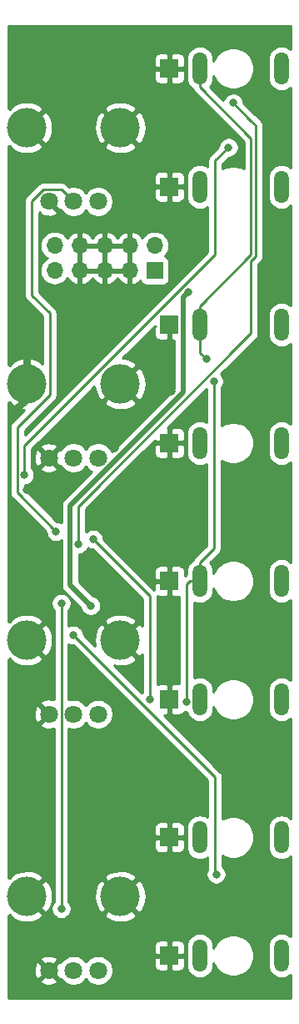
<source format=gbr>
G04 #@! TF.GenerationSoftware,KiCad,Pcbnew,(5.1.4)-1*
G04 #@! TF.CreationDate,2019-11-28T10:56:44-08:00*
G04 #@! TF.ProjectId,Attenuverter,41747465-6e75-4766-9572-7465722e6b69,rev?*
G04 #@! TF.SameCoordinates,Original*
G04 #@! TF.FileFunction,Copper,L1,Top*
G04 #@! TF.FilePolarity,Positive*
%FSLAX46Y46*%
G04 Gerber Fmt 4.6, Leading zero omitted, Abs format (unit mm)*
G04 Created by KiCad (PCBNEW (5.1.4)-1) date 2019-11-28 10:56:44*
%MOMM*%
%LPD*%
G04 APERTURE LIST*
%ADD10C,1.800000*%
%ADD11C,4.000000*%
%ADD12O,1.500000X3.300000*%
%ADD13R,1.830000X1.930000*%
%ADD14O,1.700000X1.700000*%
%ADD15R,1.700000X1.700000*%
%ADD16C,0.800000*%
%ADD17C,0.250000*%
%ADD18C,0.750000*%
%ADD19C,0.500000*%
%ADD20C,0.254000*%
G04 APERTURE END LIST*
D10*
X104750000Y-146500000D03*
X107250000Y-146500000D03*
X109750000Y-146500000D03*
D11*
X102500000Y-139000000D03*
X112000000Y-139000000D03*
D10*
X104750000Y-68500000D03*
X107250000Y-68500000D03*
X109750000Y-68500000D03*
D11*
X102500000Y-61000000D03*
X112000000Y-61000000D03*
D12*
X120100000Y-55000000D03*
D13*
X117000000Y-55000000D03*
D12*
X128400000Y-55000000D03*
X120100000Y-67000000D03*
D13*
X117000000Y-67000000D03*
D12*
X128400000Y-67000000D03*
X120100000Y-81000000D03*
D13*
X117000000Y-81000000D03*
D12*
X128400000Y-81000000D03*
X120100000Y-93000000D03*
D13*
X117000000Y-93000000D03*
D12*
X128400000Y-93000000D03*
X120100000Y-107000000D03*
D13*
X117000000Y-107000000D03*
D12*
X128400000Y-107000000D03*
X120100000Y-119000000D03*
D13*
X117000000Y-119000000D03*
D12*
X128400000Y-119000000D03*
X120100000Y-133000000D03*
D13*
X117000000Y-133000000D03*
D12*
X128400000Y-133000000D03*
X120100000Y-145000000D03*
D13*
X117000000Y-145000000D03*
D12*
X128400000Y-145000000D03*
D10*
X104750000Y-94500000D03*
X107250000Y-94500000D03*
X109750000Y-94500000D03*
D11*
X102500000Y-87000000D03*
X112000000Y-87000000D03*
D10*
X104750000Y-120500000D03*
X107250000Y-120500000D03*
X109750000Y-120500000D03*
D11*
X102500000Y-113000000D03*
X112000000Y-113000000D03*
D14*
X105340000Y-72960000D03*
X105340000Y-75500000D03*
X107880000Y-72960000D03*
X107880000Y-75500000D03*
X110420000Y-72960000D03*
X110420000Y-75500000D03*
X112960000Y-72960000D03*
X112960000Y-75500000D03*
X115500000Y-72960000D03*
D15*
X115500000Y-75500000D03*
D16*
X123000000Y-63000000D03*
X102250000Y-96250000D03*
X123500000Y-58500000D03*
X107750000Y-103250000D03*
X117250000Y-87750000D03*
X111500000Y-93500000D03*
X102500000Y-97750000D03*
X110000000Y-82000000D03*
X118750000Y-119250000D03*
X121500000Y-86750000D03*
X120750000Y-84500000D03*
X109250000Y-102750000D03*
X115000000Y-119000000D03*
X107250000Y-112500000D03*
X121750000Y-136750000D03*
X109000000Y-109500000D03*
X118887073Y-77697231D03*
X105472347Y-101972347D03*
X106000000Y-140250000D03*
X106000000Y-109250000D03*
D17*
X102250000Y-93308998D02*
X102250000Y-96250000D01*
X121651999Y-73906999D02*
X102250000Y-93308998D01*
X123000000Y-63000000D02*
X121651999Y-64348001D01*
X121651999Y-64348001D02*
X121651999Y-73906999D01*
X107750000Y-99428002D02*
X107750000Y-103250000D01*
X125302001Y-81876001D02*
X107750000Y-99428002D01*
X125752011Y-60752011D02*
X125125000Y-60125000D01*
X125752011Y-74084399D02*
X125752011Y-60752011D01*
X125302001Y-74534409D02*
X125752011Y-74084399D01*
X125302001Y-81876001D02*
X125302001Y-74534409D01*
X123500000Y-58500000D02*
X125125000Y-60125000D01*
X125125000Y-60125000D02*
X125302001Y-60302001D01*
D18*
X102500000Y-87000000D02*
X102500000Y-84171573D01*
X102500000Y-84171573D02*
X102500000Y-83500000D01*
X102500000Y-87000000D02*
X102500000Y-88500000D01*
X102500000Y-88500000D02*
X101250000Y-89750000D01*
D17*
X119100000Y-107000000D02*
X120100000Y-107000000D01*
X118750000Y-107350000D02*
X119100000Y-107000000D01*
X118750000Y-119250000D02*
X118750000Y-107350000D01*
X121500000Y-103700000D02*
X121500000Y-86750000D01*
X120100000Y-107000000D02*
X120100000Y-105100000D01*
X120100000Y-105100000D02*
X121500000Y-103700000D01*
X120100000Y-83850000D02*
X120100000Y-81000000D01*
X120750000Y-84500000D02*
X120100000Y-83850000D01*
X120100000Y-56900000D02*
X120100000Y-55000000D01*
X125302001Y-62102001D02*
X120100000Y-56900000D01*
X125302001Y-73897999D02*
X125302001Y-62102001D01*
X120100000Y-79100000D02*
X125302001Y-73897999D01*
X120100000Y-81000000D02*
X120100000Y-79100000D01*
X109250000Y-102750000D02*
X115000000Y-108500000D01*
X115000000Y-108500000D02*
X115000000Y-119000000D01*
X121651999Y-136651999D02*
X121750000Y-136750000D01*
X107250000Y-112500000D02*
X121651999Y-126901999D01*
X121651999Y-126901999D02*
X121651999Y-136651999D01*
D19*
X118365001Y-78219303D02*
X118887073Y-77697231D01*
X118365001Y-87883001D02*
X118365001Y-78219303D01*
X106899999Y-99348003D02*
X118365001Y-87883001D01*
X109000000Y-109500000D02*
X106899999Y-107399999D01*
X106899999Y-107399999D02*
X106899999Y-99348003D01*
D17*
X104825001Y-79825001D02*
X103000000Y-78000000D01*
X103000000Y-78000000D02*
X103000000Y-68436998D01*
X106350001Y-67600001D02*
X107250000Y-68500000D01*
X103000000Y-68436998D02*
X104161999Y-67274999D01*
X104161999Y-67274999D02*
X106024999Y-67274999D01*
X106024999Y-67274999D02*
X106350001Y-67600001D01*
X104825001Y-88116001D02*
X104825001Y-79825001D01*
X101524999Y-91416003D02*
X104825001Y-88116001D01*
X101524999Y-98024999D02*
X101524999Y-91416003D01*
X105472347Y-101972347D02*
X101524999Y-98024999D01*
X106000000Y-140250000D02*
X106000000Y-111250000D01*
X106000000Y-111250000D02*
X106000000Y-109250000D01*
D20*
G36*
X129340001Y-53079743D02*
G01*
X129173188Y-52942843D01*
X128932581Y-52814236D01*
X128671507Y-52735040D01*
X128400000Y-52708299D01*
X128128494Y-52735040D01*
X127867420Y-52814236D01*
X127626813Y-52942843D01*
X127415920Y-53115919D01*
X127242844Y-53326812D01*
X127114237Y-53567419D01*
X127035041Y-53828493D01*
X127015000Y-54031963D01*
X127015000Y-55968036D01*
X127035040Y-56171506D01*
X127114236Y-56432580D01*
X127242843Y-56673187D01*
X127415919Y-56884080D01*
X127626812Y-57057157D01*
X127867419Y-57185764D01*
X128128493Y-57264960D01*
X128400000Y-57291701D01*
X128671506Y-57264960D01*
X128932580Y-57185764D01*
X129173187Y-57057157D01*
X129340001Y-56920256D01*
X129340001Y-65079743D01*
X129173188Y-64942843D01*
X128932581Y-64814236D01*
X128671507Y-64735040D01*
X128400000Y-64708299D01*
X128128494Y-64735040D01*
X127867420Y-64814236D01*
X127626813Y-64942843D01*
X127415920Y-65115919D01*
X127242844Y-65326812D01*
X127114237Y-65567419D01*
X127035041Y-65828493D01*
X127015000Y-66031963D01*
X127015000Y-67968036D01*
X127035040Y-68171506D01*
X127114236Y-68432580D01*
X127242843Y-68673187D01*
X127415919Y-68884080D01*
X127626812Y-69057157D01*
X127867419Y-69185764D01*
X128128493Y-69264960D01*
X128400000Y-69291701D01*
X128671506Y-69264960D01*
X128932580Y-69185764D01*
X129173187Y-69057157D01*
X129340001Y-68920256D01*
X129340001Y-79079743D01*
X129173188Y-78942843D01*
X128932581Y-78814236D01*
X128671507Y-78735040D01*
X128400000Y-78708299D01*
X128128494Y-78735040D01*
X127867420Y-78814236D01*
X127626813Y-78942843D01*
X127415920Y-79115919D01*
X127242844Y-79326812D01*
X127114237Y-79567419D01*
X127035041Y-79828493D01*
X127015000Y-80031963D01*
X127015000Y-81968036D01*
X127035040Y-82171506D01*
X127114236Y-82432580D01*
X127242843Y-82673187D01*
X127415919Y-82884080D01*
X127626812Y-83057157D01*
X127867419Y-83185764D01*
X128128493Y-83264960D01*
X128400000Y-83291701D01*
X128671506Y-83264960D01*
X128932580Y-83185764D01*
X129173187Y-83057157D01*
X129340001Y-82920256D01*
X129340001Y-91079743D01*
X129173188Y-90942843D01*
X128932581Y-90814236D01*
X128671507Y-90735040D01*
X128400000Y-90708299D01*
X128128494Y-90735040D01*
X127867420Y-90814236D01*
X127626813Y-90942843D01*
X127415920Y-91115919D01*
X127242844Y-91326812D01*
X127114237Y-91567419D01*
X127035041Y-91828493D01*
X127015000Y-92031963D01*
X127015000Y-93968036D01*
X127035040Y-94171506D01*
X127114236Y-94432580D01*
X127242843Y-94673187D01*
X127415919Y-94884080D01*
X127626812Y-95057157D01*
X127867419Y-95185764D01*
X128128493Y-95264960D01*
X128400000Y-95291701D01*
X128671506Y-95264960D01*
X128932580Y-95185764D01*
X129173187Y-95057157D01*
X129340001Y-94920256D01*
X129340000Y-105079743D01*
X129173188Y-104942843D01*
X128932581Y-104814236D01*
X128671507Y-104735040D01*
X128400000Y-104708299D01*
X128128494Y-104735040D01*
X127867420Y-104814236D01*
X127626813Y-104942843D01*
X127415920Y-105115919D01*
X127242844Y-105326812D01*
X127114237Y-105567419D01*
X127035041Y-105828493D01*
X127015000Y-106031963D01*
X127015000Y-107968036D01*
X127035040Y-108171506D01*
X127114236Y-108432580D01*
X127242843Y-108673187D01*
X127415919Y-108884080D01*
X127626812Y-109057157D01*
X127867419Y-109185764D01*
X128128493Y-109264960D01*
X128400000Y-109291701D01*
X128671506Y-109264960D01*
X128932580Y-109185764D01*
X129173187Y-109057157D01*
X129340000Y-108920256D01*
X129340000Y-117079743D01*
X129173188Y-116942843D01*
X128932581Y-116814236D01*
X128671507Y-116735040D01*
X128400000Y-116708299D01*
X128128494Y-116735040D01*
X127867420Y-116814236D01*
X127626813Y-116942843D01*
X127415920Y-117115919D01*
X127242844Y-117326812D01*
X127114237Y-117567419D01*
X127035041Y-117828493D01*
X127015000Y-118031963D01*
X127015000Y-119968036D01*
X127035040Y-120171506D01*
X127114236Y-120432580D01*
X127242843Y-120673187D01*
X127415919Y-120884080D01*
X127626812Y-121057157D01*
X127867419Y-121185764D01*
X128128493Y-121264960D01*
X128400000Y-121291701D01*
X128671506Y-121264960D01*
X128932580Y-121185764D01*
X129173187Y-121057157D01*
X129340000Y-120920256D01*
X129340000Y-131079743D01*
X129173188Y-130942843D01*
X128932581Y-130814236D01*
X128671507Y-130735040D01*
X128400000Y-130708299D01*
X128128494Y-130735040D01*
X127867420Y-130814236D01*
X127626813Y-130942843D01*
X127415920Y-131115919D01*
X127242844Y-131326812D01*
X127114237Y-131567419D01*
X127035041Y-131828493D01*
X127015000Y-132031963D01*
X127015000Y-133968036D01*
X127035040Y-134171506D01*
X127114236Y-134432580D01*
X127242843Y-134673187D01*
X127415919Y-134884080D01*
X127626812Y-135057157D01*
X127867419Y-135185764D01*
X128128493Y-135264960D01*
X128400000Y-135291701D01*
X128671506Y-135264960D01*
X128932580Y-135185764D01*
X129173187Y-135057157D01*
X129340000Y-134920257D01*
X129340000Y-143079743D01*
X129173188Y-142942843D01*
X128932581Y-142814236D01*
X128671507Y-142735040D01*
X128400000Y-142708299D01*
X128128494Y-142735040D01*
X127867420Y-142814236D01*
X127626813Y-142942843D01*
X127415920Y-143115919D01*
X127242844Y-143326812D01*
X127114237Y-143567419D01*
X127035041Y-143828493D01*
X127015000Y-144031963D01*
X127015000Y-145968036D01*
X127035040Y-146171506D01*
X127114236Y-146432580D01*
X127242843Y-146673187D01*
X127415919Y-146884080D01*
X127626812Y-147057157D01*
X127867419Y-147185764D01*
X128128493Y-147264960D01*
X128400000Y-147291701D01*
X128671506Y-147264960D01*
X128932580Y-147185764D01*
X129173187Y-147057157D01*
X129340000Y-146920257D01*
X129340000Y-149340000D01*
X100660000Y-149340000D01*
X100660000Y-147564080D01*
X103865525Y-147564080D01*
X103949208Y-147818261D01*
X104221775Y-147949158D01*
X104514642Y-148024365D01*
X104816553Y-148040991D01*
X105115907Y-147998397D01*
X105401199Y-147898222D01*
X105550792Y-147818261D01*
X105634475Y-147564080D01*
X104750000Y-146679605D01*
X103865525Y-147564080D01*
X100660000Y-147564080D01*
X100660000Y-146566553D01*
X103209009Y-146566553D01*
X103251603Y-146865907D01*
X103351778Y-147151199D01*
X103431739Y-147300792D01*
X103685920Y-147384475D01*
X104570395Y-146500000D01*
X104929605Y-146500000D01*
X105814080Y-147384475D01*
X105962262Y-147335690D01*
X106057688Y-147478505D01*
X106271495Y-147692312D01*
X106522905Y-147860299D01*
X106802257Y-147976011D01*
X107098816Y-148035000D01*
X107401184Y-148035000D01*
X107697743Y-147976011D01*
X107977095Y-147860299D01*
X108228505Y-147692312D01*
X108442312Y-147478505D01*
X108500000Y-147392169D01*
X108557688Y-147478505D01*
X108771495Y-147692312D01*
X109022905Y-147860299D01*
X109302257Y-147976011D01*
X109598816Y-148035000D01*
X109901184Y-148035000D01*
X110197743Y-147976011D01*
X110477095Y-147860299D01*
X110728505Y-147692312D01*
X110942312Y-147478505D01*
X111110299Y-147227095D01*
X111226011Y-146947743D01*
X111285000Y-146651184D01*
X111285000Y-146348816D01*
X111226011Y-146052257D01*
X111189868Y-145965000D01*
X115446928Y-145965000D01*
X115459188Y-146089482D01*
X115495498Y-146209180D01*
X115554463Y-146319494D01*
X115633815Y-146416185D01*
X115730506Y-146495537D01*
X115840820Y-146554502D01*
X115960518Y-146590812D01*
X116085000Y-146603072D01*
X116714250Y-146600000D01*
X116873000Y-146441250D01*
X116873000Y-145127000D01*
X117127000Y-145127000D01*
X117127000Y-146441250D01*
X117285750Y-146600000D01*
X117915000Y-146603072D01*
X118039482Y-146590812D01*
X118159180Y-146554502D01*
X118269494Y-146495537D01*
X118366185Y-146416185D01*
X118445537Y-146319494D01*
X118504502Y-146209180D01*
X118540812Y-146089482D01*
X118553072Y-145965000D01*
X118550000Y-145285750D01*
X118391250Y-145127000D01*
X117127000Y-145127000D01*
X116873000Y-145127000D01*
X115608750Y-145127000D01*
X115450000Y-145285750D01*
X115446928Y-145965000D01*
X111189868Y-145965000D01*
X111110299Y-145772905D01*
X110942312Y-145521495D01*
X110728505Y-145307688D01*
X110477095Y-145139701D01*
X110197743Y-145023989D01*
X109901184Y-144965000D01*
X109598816Y-144965000D01*
X109302257Y-145023989D01*
X109022905Y-145139701D01*
X108771495Y-145307688D01*
X108557688Y-145521495D01*
X108500000Y-145607831D01*
X108442312Y-145521495D01*
X108228505Y-145307688D01*
X107977095Y-145139701D01*
X107697743Y-145023989D01*
X107401184Y-144965000D01*
X107098816Y-144965000D01*
X106802257Y-145023989D01*
X106522905Y-145139701D01*
X106271495Y-145307688D01*
X106057688Y-145521495D01*
X105962262Y-145664310D01*
X105814080Y-145615525D01*
X104929605Y-146500000D01*
X104570395Y-146500000D01*
X103685920Y-145615525D01*
X103431739Y-145699208D01*
X103300842Y-145971775D01*
X103225635Y-146264642D01*
X103209009Y-146566553D01*
X100660000Y-146566553D01*
X100660000Y-145435920D01*
X103865525Y-145435920D01*
X104750000Y-146320395D01*
X105634475Y-145435920D01*
X105550792Y-145181739D01*
X105278225Y-145050842D01*
X104985358Y-144975635D01*
X104683447Y-144959009D01*
X104384093Y-145001603D01*
X104098801Y-145101778D01*
X103949208Y-145181739D01*
X103865525Y-145435920D01*
X100660000Y-145435920D01*
X100660000Y-144035000D01*
X115446928Y-144035000D01*
X115450000Y-144714250D01*
X115608750Y-144873000D01*
X116873000Y-144873000D01*
X116873000Y-143558750D01*
X117127000Y-143558750D01*
X117127000Y-144873000D01*
X118391250Y-144873000D01*
X118550000Y-144714250D01*
X118553072Y-144035000D01*
X118552773Y-144031963D01*
X118715000Y-144031963D01*
X118715000Y-145968036D01*
X118735040Y-146171506D01*
X118814236Y-146432580D01*
X118942843Y-146673187D01*
X119115919Y-146884080D01*
X119326812Y-147057157D01*
X119567419Y-147185764D01*
X119828493Y-147264960D01*
X120100000Y-147291701D01*
X120371506Y-147264960D01*
X120632580Y-147185764D01*
X120873187Y-147057157D01*
X121084080Y-146884081D01*
X121257157Y-146673188D01*
X121385764Y-146432581D01*
X121464960Y-146171507D01*
X121485000Y-145968037D01*
X121485000Y-145769910D01*
X121584988Y-146011302D01*
X121818637Y-146360983D01*
X122116017Y-146658363D01*
X122465698Y-146892012D01*
X122854244Y-147052953D01*
X123266721Y-147135000D01*
X123687279Y-147135000D01*
X124099756Y-147052953D01*
X124488302Y-146892012D01*
X124837983Y-146658363D01*
X125135363Y-146360983D01*
X125369012Y-146011302D01*
X125529953Y-145622756D01*
X125612000Y-145210279D01*
X125612000Y-144789721D01*
X125529953Y-144377244D01*
X125369012Y-143988698D01*
X125135363Y-143639017D01*
X124837983Y-143341637D01*
X124488302Y-143107988D01*
X124099756Y-142947047D01*
X123687279Y-142865000D01*
X123266721Y-142865000D01*
X122854244Y-142947047D01*
X122465698Y-143107988D01*
X122116017Y-143341637D01*
X121818637Y-143639017D01*
X121584988Y-143988698D01*
X121485000Y-144230090D01*
X121485000Y-144031963D01*
X121464960Y-143828493D01*
X121385764Y-143567419D01*
X121257157Y-143326812D01*
X121084081Y-143115919D01*
X120873188Y-142942843D01*
X120632581Y-142814236D01*
X120371507Y-142735040D01*
X120100000Y-142708299D01*
X119828494Y-142735040D01*
X119567420Y-142814236D01*
X119326813Y-142942843D01*
X119115920Y-143115919D01*
X118942844Y-143326812D01*
X118814237Y-143567419D01*
X118735041Y-143828493D01*
X118715000Y-144031963D01*
X118552773Y-144031963D01*
X118540812Y-143910518D01*
X118504502Y-143790820D01*
X118445537Y-143680506D01*
X118366185Y-143583815D01*
X118269494Y-143504463D01*
X118159180Y-143445498D01*
X118039482Y-143409188D01*
X117915000Y-143396928D01*
X117285750Y-143400000D01*
X117127000Y-143558750D01*
X116873000Y-143558750D01*
X116714250Y-143400000D01*
X116085000Y-143396928D01*
X115960518Y-143409188D01*
X115840820Y-143445498D01*
X115730506Y-143504463D01*
X115633815Y-143583815D01*
X115554463Y-143680506D01*
X115495498Y-143790820D01*
X115459188Y-143910518D01*
X115446928Y-144035000D01*
X100660000Y-144035000D01*
X100660000Y-140903614D01*
X100717997Y-140961611D01*
X100832107Y-140847501D01*
X101048228Y-141214258D01*
X101508105Y-141454938D01*
X102006098Y-141601275D01*
X102523071Y-141647648D01*
X103039159Y-141592273D01*
X103534526Y-141437279D01*
X103951772Y-141214258D01*
X104167894Y-140847499D01*
X102500000Y-139179605D01*
X102485858Y-139193748D01*
X102306253Y-139014143D01*
X102320395Y-139000000D01*
X102679605Y-139000000D01*
X104347499Y-140667894D01*
X104714258Y-140451772D01*
X104954938Y-139991895D01*
X105101275Y-139493902D01*
X105147648Y-138976929D01*
X105092273Y-138460841D01*
X104937279Y-137965474D01*
X104714258Y-137548228D01*
X104347499Y-137332106D01*
X102679605Y-139000000D01*
X102320395Y-139000000D01*
X102306253Y-138985858D01*
X102485858Y-138806253D01*
X102500000Y-138820395D01*
X104167894Y-137152501D01*
X103951772Y-136785742D01*
X103491895Y-136545062D01*
X102993902Y-136398725D01*
X102476929Y-136352352D01*
X101960841Y-136407727D01*
X101465474Y-136562721D01*
X101048228Y-136785742D01*
X100832107Y-137152499D01*
X100717997Y-137038389D01*
X100660000Y-137096386D01*
X100660000Y-120566553D01*
X103209009Y-120566553D01*
X103251603Y-120865907D01*
X103351778Y-121151199D01*
X103431739Y-121300792D01*
X103685920Y-121384475D01*
X104570395Y-120500000D01*
X103685920Y-119615525D01*
X103431739Y-119699208D01*
X103300842Y-119971775D01*
X103225635Y-120264642D01*
X103209009Y-120566553D01*
X100660000Y-120566553D01*
X100660000Y-114903614D01*
X100717997Y-114961611D01*
X100832107Y-114847501D01*
X101048228Y-115214258D01*
X101508105Y-115454938D01*
X102006098Y-115601275D01*
X102523071Y-115647648D01*
X103039159Y-115592273D01*
X103534526Y-115437279D01*
X103951772Y-115214258D01*
X104167894Y-114847499D01*
X102500000Y-113179605D01*
X102485858Y-113193748D01*
X102306253Y-113014143D01*
X102320395Y-113000000D01*
X102679605Y-113000000D01*
X104347499Y-114667894D01*
X104714258Y-114451772D01*
X104954938Y-113991895D01*
X105101275Y-113493902D01*
X105147648Y-112976929D01*
X105092273Y-112460841D01*
X104937279Y-111965474D01*
X104714258Y-111548228D01*
X104347499Y-111332106D01*
X102679605Y-113000000D01*
X102320395Y-113000000D01*
X102306253Y-112985858D01*
X102485858Y-112806253D01*
X102500000Y-112820395D01*
X104167894Y-111152501D01*
X103951772Y-110785742D01*
X103491895Y-110545062D01*
X102993902Y-110398725D01*
X102476929Y-110352352D01*
X101960841Y-110407727D01*
X101465474Y-110562721D01*
X101048228Y-110785742D01*
X100832107Y-111152499D01*
X100717997Y-111038389D01*
X100660000Y-111096386D01*
X100660000Y-88903614D01*
X100717997Y-88961611D01*
X100832107Y-88847501D01*
X101048228Y-89214258D01*
X101508105Y-89454938D01*
X102006098Y-89601275D01*
X102243620Y-89622581D01*
X101013997Y-90852204D01*
X100984999Y-90876002D01*
X100961201Y-90905000D01*
X100961200Y-90905001D01*
X100890025Y-90991727D01*
X100819453Y-91123757D01*
X100789179Y-91223561D01*
X100775997Y-91267017D01*
X100765000Y-91378670D01*
X100761323Y-91416003D01*
X100765000Y-91453335D01*
X100764999Y-97987676D01*
X100761323Y-98024999D01*
X100764999Y-98062321D01*
X100764999Y-98062331D01*
X100775996Y-98173984D01*
X100819453Y-98317245D01*
X100890025Y-98449275D01*
X100929870Y-98497825D01*
X100984998Y-98565000D01*
X101014002Y-98588803D01*
X104437347Y-102012149D01*
X104437347Y-102074286D01*
X104477121Y-102274245D01*
X104555142Y-102462603D01*
X104668410Y-102632121D01*
X104812573Y-102776284D01*
X104982091Y-102889552D01*
X105170449Y-102967573D01*
X105370408Y-103007347D01*
X105574286Y-103007347D01*
X105774245Y-102967573D01*
X105962603Y-102889552D01*
X106015000Y-102854542D01*
X106014999Y-107356530D01*
X106010718Y-107399999D01*
X106014999Y-107443468D01*
X106014999Y-107443475D01*
X106027804Y-107573488D01*
X106078410Y-107740311D01*
X106160588Y-107894057D01*
X106271182Y-108028816D01*
X106304955Y-108056533D01*
X107993465Y-109745044D01*
X108004774Y-109801898D01*
X108082795Y-109990256D01*
X108196063Y-110159774D01*
X108340226Y-110303937D01*
X108509744Y-110417205D01*
X108698102Y-110495226D01*
X108898061Y-110535000D01*
X109101939Y-110535000D01*
X109301898Y-110495226D01*
X109490256Y-110417205D01*
X109659774Y-110303937D01*
X109803937Y-110159774D01*
X109917205Y-109990256D01*
X109995226Y-109801898D01*
X110035000Y-109601939D01*
X110035000Y-109398061D01*
X109995226Y-109198102D01*
X109917205Y-109009744D01*
X109803937Y-108840226D01*
X109659774Y-108696063D01*
X109490256Y-108582795D01*
X109301898Y-108504774D01*
X109245044Y-108493465D01*
X107784999Y-107033421D01*
X107784999Y-104285000D01*
X107851939Y-104285000D01*
X108051898Y-104245226D01*
X108240256Y-104167205D01*
X108409774Y-104053937D01*
X108553937Y-103909774D01*
X108667205Y-103740256D01*
X108710965Y-103634612D01*
X108759744Y-103667205D01*
X108948102Y-103745226D01*
X109148061Y-103785000D01*
X109210199Y-103785000D01*
X114240000Y-108814802D01*
X114240000Y-111596389D01*
X114214258Y-111548228D01*
X113847499Y-111332106D01*
X112179605Y-113000000D01*
X113847499Y-114667894D01*
X114214258Y-114451772D01*
X114240001Y-114402585D01*
X114240001Y-118296288D01*
X114196063Y-118340226D01*
X114183632Y-118358830D01*
X111392776Y-115567975D01*
X111506098Y-115601275D01*
X112023071Y-115647648D01*
X112539159Y-115592273D01*
X113034526Y-115437279D01*
X113451772Y-115214258D01*
X113667894Y-114847499D01*
X112000000Y-113179605D01*
X111985858Y-113193748D01*
X111806253Y-113014143D01*
X111820395Y-113000000D01*
X110152501Y-111332106D01*
X109785742Y-111548228D01*
X109545062Y-112008105D01*
X109398725Y-112506098D01*
X109352352Y-113023071D01*
X109407727Y-113539159D01*
X109427657Y-113602856D01*
X108285000Y-112460199D01*
X108285000Y-112398061D01*
X108245226Y-112198102D01*
X108167205Y-112009744D01*
X108053937Y-111840226D01*
X107909774Y-111696063D01*
X107740256Y-111582795D01*
X107551898Y-111504774D01*
X107351939Y-111465000D01*
X107148061Y-111465000D01*
X106948102Y-111504774D01*
X106760000Y-111582689D01*
X106760000Y-111152501D01*
X110332106Y-111152501D01*
X112000000Y-112820395D01*
X113667894Y-111152501D01*
X113451772Y-110785742D01*
X112991895Y-110545062D01*
X112493902Y-110398725D01*
X111976929Y-110352352D01*
X111460841Y-110407727D01*
X110965474Y-110562721D01*
X110548228Y-110785742D01*
X110332106Y-111152501D01*
X106760000Y-111152501D01*
X106760000Y-109953711D01*
X106803937Y-109909774D01*
X106917205Y-109740256D01*
X106995226Y-109551898D01*
X107035000Y-109351939D01*
X107035000Y-109148061D01*
X106995226Y-108948102D01*
X106917205Y-108759744D01*
X106803937Y-108590226D01*
X106659774Y-108446063D01*
X106490256Y-108332795D01*
X106301898Y-108254774D01*
X106101939Y-108215000D01*
X105898061Y-108215000D01*
X105698102Y-108254774D01*
X105509744Y-108332795D01*
X105340226Y-108446063D01*
X105196063Y-108590226D01*
X105082795Y-108759744D01*
X105004774Y-108948102D01*
X104965000Y-109148061D01*
X104965000Y-109351939D01*
X105004774Y-109551898D01*
X105082795Y-109740256D01*
X105196063Y-109909774D01*
X105240001Y-109953712D01*
X105240000Y-111287332D01*
X105240001Y-111287342D01*
X105240001Y-119041026D01*
X104985358Y-118975635D01*
X104683447Y-118959009D01*
X104384093Y-119001603D01*
X104098801Y-119101778D01*
X103949208Y-119181739D01*
X103865525Y-119435920D01*
X104750000Y-120320395D01*
X104764143Y-120306253D01*
X104943748Y-120485858D01*
X104929605Y-120500000D01*
X104943748Y-120514143D01*
X104764143Y-120693748D01*
X104750000Y-120679605D01*
X103865525Y-121564080D01*
X103949208Y-121818261D01*
X104221775Y-121949158D01*
X104514642Y-122024365D01*
X104816553Y-122040991D01*
X105115907Y-121998397D01*
X105240001Y-121954824D01*
X105240000Y-139546289D01*
X105196063Y-139590226D01*
X105082795Y-139759744D01*
X105004774Y-139948102D01*
X104965000Y-140148061D01*
X104965000Y-140351939D01*
X105004774Y-140551898D01*
X105082795Y-140740256D01*
X105196063Y-140909774D01*
X105340226Y-141053937D01*
X105509744Y-141167205D01*
X105698102Y-141245226D01*
X105898061Y-141285000D01*
X106101939Y-141285000D01*
X106301898Y-141245226D01*
X106490256Y-141167205D01*
X106659774Y-141053937D01*
X106803937Y-140909774D01*
X106845547Y-140847499D01*
X110332106Y-140847499D01*
X110548228Y-141214258D01*
X111008105Y-141454938D01*
X111506098Y-141601275D01*
X112023071Y-141647648D01*
X112539159Y-141592273D01*
X113034526Y-141437279D01*
X113451772Y-141214258D01*
X113667894Y-140847499D01*
X112000000Y-139179605D01*
X110332106Y-140847499D01*
X106845547Y-140847499D01*
X106917205Y-140740256D01*
X106995226Y-140551898D01*
X107035000Y-140351939D01*
X107035000Y-140148061D01*
X106995226Y-139948102D01*
X106917205Y-139759744D01*
X106803937Y-139590226D01*
X106760000Y-139546289D01*
X106760000Y-139023071D01*
X109352352Y-139023071D01*
X109407727Y-139539159D01*
X109562721Y-140034526D01*
X109785742Y-140451772D01*
X110152501Y-140667894D01*
X111820395Y-139000000D01*
X112179605Y-139000000D01*
X113847499Y-140667894D01*
X114214258Y-140451772D01*
X114454938Y-139991895D01*
X114601275Y-139493902D01*
X114647648Y-138976929D01*
X114592273Y-138460841D01*
X114437279Y-137965474D01*
X114214258Y-137548228D01*
X113847499Y-137332106D01*
X112179605Y-139000000D01*
X111820395Y-139000000D01*
X110152501Y-137332106D01*
X109785742Y-137548228D01*
X109545062Y-138008105D01*
X109398725Y-138506098D01*
X109352352Y-139023071D01*
X106760000Y-139023071D01*
X106760000Y-137152501D01*
X110332106Y-137152501D01*
X112000000Y-138820395D01*
X113667894Y-137152501D01*
X113451772Y-136785742D01*
X112991895Y-136545062D01*
X112493902Y-136398725D01*
X111976929Y-136352352D01*
X111460841Y-136407727D01*
X110965474Y-136562721D01*
X110548228Y-136785742D01*
X110332106Y-137152501D01*
X106760000Y-137152501D01*
X106760000Y-133965000D01*
X115446928Y-133965000D01*
X115459188Y-134089482D01*
X115495498Y-134209180D01*
X115554463Y-134319494D01*
X115633815Y-134416185D01*
X115730506Y-134495537D01*
X115840820Y-134554502D01*
X115960518Y-134590812D01*
X116085000Y-134603072D01*
X116714250Y-134600000D01*
X116873000Y-134441250D01*
X116873000Y-133127000D01*
X117127000Y-133127000D01*
X117127000Y-134441250D01*
X117285750Y-134600000D01*
X117915000Y-134603072D01*
X118039482Y-134590812D01*
X118159180Y-134554502D01*
X118269494Y-134495537D01*
X118366185Y-134416185D01*
X118445537Y-134319494D01*
X118504502Y-134209180D01*
X118540812Y-134089482D01*
X118553072Y-133965000D01*
X118550000Y-133285750D01*
X118391250Y-133127000D01*
X117127000Y-133127000D01*
X116873000Y-133127000D01*
X115608750Y-133127000D01*
X115450000Y-133285750D01*
X115446928Y-133965000D01*
X106760000Y-133965000D01*
X106760000Y-132035000D01*
X115446928Y-132035000D01*
X115450000Y-132714250D01*
X115608750Y-132873000D01*
X116873000Y-132873000D01*
X116873000Y-131558750D01*
X117127000Y-131558750D01*
X117127000Y-132873000D01*
X118391250Y-132873000D01*
X118550000Y-132714250D01*
X118553072Y-132035000D01*
X118540812Y-131910518D01*
X118504502Y-131790820D01*
X118445537Y-131680506D01*
X118366185Y-131583815D01*
X118269494Y-131504463D01*
X118159180Y-131445498D01*
X118039482Y-131409188D01*
X117915000Y-131396928D01*
X117285750Y-131400000D01*
X117127000Y-131558750D01*
X116873000Y-131558750D01*
X116714250Y-131400000D01*
X116085000Y-131396928D01*
X115960518Y-131409188D01*
X115840820Y-131445498D01*
X115730506Y-131504463D01*
X115633815Y-131583815D01*
X115554463Y-131680506D01*
X115495498Y-131790820D01*
X115459188Y-131910518D01*
X115446928Y-132035000D01*
X106760000Y-132035000D01*
X106760000Y-121958507D01*
X106802257Y-121976011D01*
X107098816Y-122035000D01*
X107401184Y-122035000D01*
X107697743Y-121976011D01*
X107977095Y-121860299D01*
X108228505Y-121692312D01*
X108442312Y-121478505D01*
X108500000Y-121392169D01*
X108557688Y-121478505D01*
X108771495Y-121692312D01*
X109022905Y-121860299D01*
X109302257Y-121976011D01*
X109598816Y-122035000D01*
X109901184Y-122035000D01*
X110197743Y-121976011D01*
X110477095Y-121860299D01*
X110728505Y-121692312D01*
X110942312Y-121478505D01*
X111110299Y-121227095D01*
X111226011Y-120947743D01*
X111285000Y-120651184D01*
X111285000Y-120348816D01*
X111226011Y-120052257D01*
X111110299Y-119772905D01*
X110942312Y-119521495D01*
X110728505Y-119307688D01*
X110477095Y-119139701D01*
X110197743Y-119023989D01*
X109901184Y-118965000D01*
X109598816Y-118965000D01*
X109302257Y-119023989D01*
X109022905Y-119139701D01*
X108771495Y-119307688D01*
X108557688Y-119521495D01*
X108500000Y-119607831D01*
X108442312Y-119521495D01*
X108228505Y-119307688D01*
X107977095Y-119139701D01*
X107697743Y-119023989D01*
X107401184Y-118965000D01*
X107098816Y-118965000D01*
X106802257Y-119023989D01*
X106760000Y-119041493D01*
X106760000Y-113417311D01*
X106948102Y-113495226D01*
X107148061Y-113535000D01*
X107210199Y-113535000D01*
X120891999Y-127216801D01*
X120891999Y-130958281D01*
X120873188Y-130942843D01*
X120632581Y-130814236D01*
X120371507Y-130735040D01*
X120100000Y-130708299D01*
X119828494Y-130735040D01*
X119567420Y-130814236D01*
X119326813Y-130942843D01*
X119115920Y-131115919D01*
X118942844Y-131326812D01*
X118814237Y-131567419D01*
X118735041Y-131828493D01*
X118715000Y-132031963D01*
X118715000Y-133968036D01*
X118735040Y-134171506D01*
X118814236Y-134432580D01*
X118942843Y-134673187D01*
X119115919Y-134884080D01*
X119326812Y-135057157D01*
X119567419Y-135185764D01*
X119828493Y-135264960D01*
X120100000Y-135291701D01*
X120371506Y-135264960D01*
X120632580Y-135185764D01*
X120873187Y-135057157D01*
X120892000Y-135041718D01*
X120892000Y-136171137D01*
X120832795Y-136259744D01*
X120754774Y-136448102D01*
X120715000Y-136648061D01*
X120715000Y-136851939D01*
X120754774Y-137051898D01*
X120832795Y-137240256D01*
X120946063Y-137409774D01*
X121090226Y-137553937D01*
X121259744Y-137667205D01*
X121448102Y-137745226D01*
X121648061Y-137785000D01*
X121851939Y-137785000D01*
X122051898Y-137745226D01*
X122240256Y-137667205D01*
X122409774Y-137553937D01*
X122553937Y-137409774D01*
X122667205Y-137240256D01*
X122745226Y-137051898D01*
X122785000Y-136851939D01*
X122785000Y-136648061D01*
X122745226Y-136448102D01*
X122667205Y-136259744D01*
X122553937Y-136090226D01*
X122411999Y-135948288D01*
X122411999Y-134856132D01*
X122465698Y-134892012D01*
X122854244Y-135052953D01*
X123266721Y-135135000D01*
X123687279Y-135135000D01*
X124099756Y-135052953D01*
X124488302Y-134892012D01*
X124837983Y-134658363D01*
X125135363Y-134360983D01*
X125369012Y-134011302D01*
X125529953Y-133622756D01*
X125612000Y-133210279D01*
X125612000Y-132789721D01*
X125529953Y-132377244D01*
X125369012Y-131988698D01*
X125135363Y-131639017D01*
X124837983Y-131341637D01*
X124488302Y-131107988D01*
X124099756Y-130947047D01*
X123687279Y-130865000D01*
X123266721Y-130865000D01*
X122854244Y-130947047D01*
X122465698Y-131107988D01*
X122411999Y-131143868D01*
X122411999Y-126939321D01*
X122415675Y-126901998D01*
X122411999Y-126864675D01*
X122411999Y-126864666D01*
X122401002Y-126753013D01*
X122357545Y-126609752D01*
X122286973Y-126477723D01*
X122192000Y-126361998D01*
X122163003Y-126338201D01*
X116426208Y-120601406D01*
X116714250Y-120600000D01*
X116873000Y-120441250D01*
X116873000Y-119127000D01*
X116853000Y-119127000D01*
X116853000Y-118873000D01*
X116873000Y-118873000D01*
X116873000Y-117558750D01*
X116714250Y-117400000D01*
X116085000Y-117396928D01*
X115960518Y-117409188D01*
X115840820Y-117445498D01*
X115760000Y-117488698D01*
X115760000Y-108537322D01*
X115762435Y-108512603D01*
X115840820Y-108554502D01*
X115960518Y-108590812D01*
X116085000Y-108603072D01*
X116714250Y-108600000D01*
X116873000Y-108441250D01*
X116873000Y-107127000D01*
X115608750Y-107127000D01*
X115450000Y-107285750D01*
X115447346Y-107872544D01*
X113609802Y-106035000D01*
X115446928Y-106035000D01*
X115450000Y-106714250D01*
X115608750Y-106873000D01*
X116873000Y-106873000D01*
X116873000Y-105558750D01*
X116714250Y-105400000D01*
X116085000Y-105396928D01*
X115960518Y-105409188D01*
X115840820Y-105445498D01*
X115730506Y-105504463D01*
X115633815Y-105583815D01*
X115554463Y-105680506D01*
X115495498Y-105790820D01*
X115459188Y-105910518D01*
X115446928Y-106035000D01*
X113609802Y-106035000D01*
X110285000Y-102710199D01*
X110285000Y-102648061D01*
X110245226Y-102448102D01*
X110167205Y-102259744D01*
X110053937Y-102090226D01*
X109909774Y-101946063D01*
X109740256Y-101832795D01*
X109551898Y-101754774D01*
X109351939Y-101715000D01*
X109148061Y-101715000D01*
X108948102Y-101754774D01*
X108759744Y-101832795D01*
X108590226Y-101946063D01*
X108510000Y-102026289D01*
X108510000Y-99742803D01*
X114287803Y-93965000D01*
X115446928Y-93965000D01*
X115459188Y-94089482D01*
X115495498Y-94209180D01*
X115554463Y-94319494D01*
X115633815Y-94416185D01*
X115730506Y-94495537D01*
X115840820Y-94554502D01*
X115960518Y-94590812D01*
X116085000Y-94603072D01*
X116714250Y-94600000D01*
X116873000Y-94441250D01*
X116873000Y-93127000D01*
X117127000Y-93127000D01*
X117127000Y-94441250D01*
X117285750Y-94600000D01*
X117915000Y-94603072D01*
X118039482Y-94590812D01*
X118159180Y-94554502D01*
X118269494Y-94495537D01*
X118366185Y-94416185D01*
X118445537Y-94319494D01*
X118504502Y-94209180D01*
X118540812Y-94089482D01*
X118553072Y-93965000D01*
X118550000Y-93285750D01*
X118391250Y-93127000D01*
X117127000Y-93127000D01*
X116873000Y-93127000D01*
X115608750Y-93127000D01*
X115450000Y-93285750D01*
X115446928Y-93965000D01*
X114287803Y-93965000D01*
X115494277Y-92758527D01*
X115608750Y-92873000D01*
X116873000Y-92873000D01*
X116873000Y-91558750D01*
X117127000Y-91558750D01*
X117127000Y-92873000D01*
X118391250Y-92873000D01*
X118550000Y-92714250D01*
X118553072Y-92035000D01*
X118540812Y-91910518D01*
X118504502Y-91790820D01*
X118445537Y-91680506D01*
X118366185Y-91583815D01*
X118269494Y-91504463D01*
X118159180Y-91445498D01*
X118039482Y-91409188D01*
X117915000Y-91396928D01*
X117285750Y-91400000D01*
X117127000Y-91558750D01*
X116873000Y-91558750D01*
X116783527Y-91469277D01*
X120740001Y-87512803D01*
X120740001Y-90871653D01*
X120632581Y-90814236D01*
X120371507Y-90735040D01*
X120100000Y-90708299D01*
X119828494Y-90735040D01*
X119567420Y-90814236D01*
X119326813Y-90942843D01*
X119115920Y-91115919D01*
X118942844Y-91326812D01*
X118814237Y-91567419D01*
X118735041Y-91828493D01*
X118715000Y-92031963D01*
X118715000Y-93968036D01*
X118735040Y-94171506D01*
X118814236Y-94432580D01*
X118942843Y-94673187D01*
X119115919Y-94884080D01*
X119326812Y-95057157D01*
X119567419Y-95185764D01*
X119828493Y-95264960D01*
X120100000Y-95291701D01*
X120371506Y-95264960D01*
X120632580Y-95185764D01*
X120740001Y-95128347D01*
X120740000Y-103385198D01*
X119588998Y-104536201D01*
X119560000Y-104559999D01*
X119536202Y-104588997D01*
X119536201Y-104588998D01*
X119465026Y-104675724D01*
X119394454Y-104807754D01*
X119364180Y-104907558D01*
X119358636Y-104925833D01*
X119326813Y-104942843D01*
X119115920Y-105115919D01*
X118942844Y-105326812D01*
X118814237Y-105567419D01*
X118735041Y-105828493D01*
X118715000Y-106031963D01*
X118715000Y-106344032D01*
X118675724Y-106365026D01*
X118559999Y-106459999D01*
X118551101Y-106470841D01*
X118553072Y-106035000D01*
X118540812Y-105910518D01*
X118504502Y-105790820D01*
X118445537Y-105680506D01*
X118366185Y-105583815D01*
X118269494Y-105504463D01*
X118159180Y-105445498D01*
X118039482Y-105409188D01*
X117915000Y-105396928D01*
X117285750Y-105400000D01*
X117127000Y-105558750D01*
X117127000Y-106873000D01*
X117147000Y-106873000D01*
X117147000Y-107127000D01*
X117127000Y-107127000D01*
X117127000Y-108441250D01*
X117285750Y-108600000D01*
X117915000Y-108603072D01*
X117990001Y-108595685D01*
X117990000Y-117404315D01*
X117915000Y-117396928D01*
X117285750Y-117400000D01*
X117127000Y-117558750D01*
X117127000Y-118873000D01*
X117147000Y-118873000D01*
X117147000Y-119127000D01*
X117127000Y-119127000D01*
X117127000Y-120441250D01*
X117285750Y-120600000D01*
X117915000Y-120603072D01*
X118039482Y-120590812D01*
X118159180Y-120554502D01*
X118269494Y-120495537D01*
X118366185Y-120416185D01*
X118445537Y-120319494D01*
X118481666Y-120251902D01*
X118648061Y-120285000D01*
X118769468Y-120285000D01*
X118814236Y-120432580D01*
X118942843Y-120673187D01*
X119115919Y-120884080D01*
X119326812Y-121057157D01*
X119567419Y-121185764D01*
X119828493Y-121264960D01*
X120100000Y-121291701D01*
X120371506Y-121264960D01*
X120632580Y-121185764D01*
X120873187Y-121057157D01*
X121084080Y-120884081D01*
X121257157Y-120673188D01*
X121385764Y-120432581D01*
X121464960Y-120171507D01*
X121485000Y-119968037D01*
X121485000Y-119769910D01*
X121584988Y-120011302D01*
X121818637Y-120360983D01*
X122116017Y-120658363D01*
X122465698Y-120892012D01*
X122854244Y-121052953D01*
X123266721Y-121135000D01*
X123687279Y-121135000D01*
X124099756Y-121052953D01*
X124488302Y-120892012D01*
X124837983Y-120658363D01*
X125135363Y-120360983D01*
X125369012Y-120011302D01*
X125529953Y-119622756D01*
X125612000Y-119210279D01*
X125612000Y-118789721D01*
X125529953Y-118377244D01*
X125369012Y-117988698D01*
X125135363Y-117639017D01*
X124837983Y-117341637D01*
X124488302Y-117107988D01*
X124099756Y-116947047D01*
X123687279Y-116865000D01*
X123266721Y-116865000D01*
X122854244Y-116947047D01*
X122465698Y-117107988D01*
X122116017Y-117341637D01*
X121818637Y-117639017D01*
X121584988Y-117988698D01*
X121485000Y-118230090D01*
X121485000Y-118031963D01*
X121464960Y-117828493D01*
X121385764Y-117567419D01*
X121257157Y-117326812D01*
X121084081Y-117115919D01*
X120873188Y-116942843D01*
X120632581Y-116814236D01*
X120371507Y-116735040D01*
X120100000Y-116708299D01*
X119828494Y-116735040D01*
X119567420Y-116814236D01*
X119510000Y-116844928D01*
X119510000Y-109155073D01*
X119567419Y-109185764D01*
X119828493Y-109264960D01*
X120100000Y-109291701D01*
X120371506Y-109264960D01*
X120632580Y-109185764D01*
X120873187Y-109057157D01*
X121084080Y-108884081D01*
X121257157Y-108673188D01*
X121385764Y-108432581D01*
X121464960Y-108171507D01*
X121485000Y-107968037D01*
X121485000Y-107769910D01*
X121584988Y-108011302D01*
X121818637Y-108360983D01*
X122116017Y-108658363D01*
X122465698Y-108892012D01*
X122854244Y-109052953D01*
X123266721Y-109135000D01*
X123687279Y-109135000D01*
X124099756Y-109052953D01*
X124488302Y-108892012D01*
X124837983Y-108658363D01*
X125135363Y-108360983D01*
X125369012Y-108011302D01*
X125529953Y-107622756D01*
X125612000Y-107210279D01*
X125612000Y-106789721D01*
X125529953Y-106377244D01*
X125369012Y-105988698D01*
X125135363Y-105639017D01*
X124837983Y-105341637D01*
X124488302Y-105107988D01*
X124099756Y-104947047D01*
X123687279Y-104865000D01*
X123266721Y-104865000D01*
X122854244Y-104947047D01*
X122465698Y-105107988D01*
X122116017Y-105341637D01*
X121818637Y-105639017D01*
X121584988Y-105988698D01*
X121485000Y-106230090D01*
X121485000Y-106031963D01*
X121464960Y-105828493D01*
X121385764Y-105567419D01*
X121257157Y-105326812D01*
X121117798Y-105157003D01*
X122011004Y-104263798D01*
X122040001Y-104240001D01*
X122099743Y-104167205D01*
X122134974Y-104124277D01*
X122205546Y-103992247D01*
X122238086Y-103884974D01*
X122249003Y-103848986D01*
X122260000Y-103737333D01*
X122260000Y-103737323D01*
X122263676Y-103700000D01*
X122260000Y-103662678D01*
X122260000Y-94754569D01*
X122465698Y-94892012D01*
X122854244Y-95052953D01*
X123266721Y-95135000D01*
X123687279Y-95135000D01*
X124099756Y-95052953D01*
X124488302Y-94892012D01*
X124837983Y-94658363D01*
X125135363Y-94360983D01*
X125369012Y-94011302D01*
X125529953Y-93622756D01*
X125612000Y-93210279D01*
X125612000Y-92789721D01*
X125529953Y-92377244D01*
X125369012Y-91988698D01*
X125135363Y-91639017D01*
X124837983Y-91341637D01*
X124488302Y-91107988D01*
X124099756Y-90947047D01*
X123687279Y-90865000D01*
X123266721Y-90865000D01*
X122854244Y-90947047D01*
X122465698Y-91107988D01*
X122260000Y-91245431D01*
X122260000Y-87453711D01*
X122303937Y-87409774D01*
X122417205Y-87240256D01*
X122495226Y-87051898D01*
X122535000Y-86851939D01*
X122535000Y-86648061D01*
X122495226Y-86448102D01*
X122417205Y-86259744D01*
X122303937Y-86090226D01*
X122233257Y-86019546D01*
X125813005Y-82439799D01*
X125842002Y-82416002D01*
X125936975Y-82300277D01*
X126007547Y-82168248D01*
X126051004Y-82024987D01*
X126062001Y-81913334D01*
X126062001Y-81913324D01*
X126065677Y-81876001D01*
X126062001Y-81838678D01*
X126062001Y-74849210D01*
X126263009Y-74648202D01*
X126292012Y-74624400D01*
X126386985Y-74508675D01*
X126457557Y-74376646D01*
X126501014Y-74233385D01*
X126512011Y-74121732D01*
X126512011Y-74121723D01*
X126515687Y-74084400D01*
X126512011Y-74047077D01*
X126512011Y-60789333D01*
X126515687Y-60752010D01*
X126512011Y-60714687D01*
X126512011Y-60714678D01*
X126501014Y-60603025D01*
X126457557Y-60459764D01*
X126386985Y-60327735D01*
X126342874Y-60273985D01*
X126315810Y-60241007D01*
X126315806Y-60241003D01*
X126292012Y-60212010D01*
X126263019Y-60188216D01*
X125688803Y-59614002D01*
X125688799Y-59613997D01*
X124535000Y-58460199D01*
X124535000Y-58398061D01*
X124495226Y-58198102D01*
X124417205Y-58009744D01*
X124303937Y-57840226D01*
X124159774Y-57696063D01*
X123990256Y-57582795D01*
X123801898Y-57504774D01*
X123601939Y-57465000D01*
X123398061Y-57465000D01*
X123198102Y-57504774D01*
X123009744Y-57582795D01*
X122840226Y-57696063D01*
X122696063Y-57840226D01*
X122582795Y-58009744D01*
X122504774Y-58198102D01*
X122499486Y-58224685D01*
X121117798Y-56842996D01*
X121257157Y-56673188D01*
X121385764Y-56432581D01*
X121464960Y-56171507D01*
X121485000Y-55968037D01*
X121485000Y-55769910D01*
X121584988Y-56011302D01*
X121818637Y-56360983D01*
X122116017Y-56658363D01*
X122465698Y-56892012D01*
X122854244Y-57052953D01*
X123266721Y-57135000D01*
X123687279Y-57135000D01*
X124099756Y-57052953D01*
X124488302Y-56892012D01*
X124837983Y-56658363D01*
X125135363Y-56360983D01*
X125369012Y-56011302D01*
X125529953Y-55622756D01*
X125612000Y-55210279D01*
X125612000Y-54789721D01*
X125529953Y-54377244D01*
X125369012Y-53988698D01*
X125135363Y-53639017D01*
X124837983Y-53341637D01*
X124488302Y-53107988D01*
X124099756Y-52947047D01*
X123687279Y-52865000D01*
X123266721Y-52865000D01*
X122854244Y-52947047D01*
X122465698Y-53107988D01*
X122116017Y-53341637D01*
X121818637Y-53639017D01*
X121584988Y-53988698D01*
X121485000Y-54230090D01*
X121485000Y-54031963D01*
X121464960Y-53828493D01*
X121385764Y-53567419D01*
X121257157Y-53326812D01*
X121084081Y-53115919D01*
X120873188Y-52942843D01*
X120632581Y-52814236D01*
X120371507Y-52735040D01*
X120100000Y-52708299D01*
X119828494Y-52735040D01*
X119567420Y-52814236D01*
X119326813Y-52942843D01*
X119115920Y-53115919D01*
X118942844Y-53326812D01*
X118814237Y-53567419D01*
X118735041Y-53828493D01*
X118715000Y-54031963D01*
X118715000Y-55968036D01*
X118735040Y-56171506D01*
X118814236Y-56432580D01*
X118942843Y-56673187D01*
X119115919Y-56884080D01*
X119326812Y-57057157D01*
X119358636Y-57074167D01*
X119377089Y-57135000D01*
X119394454Y-57192246D01*
X119465026Y-57324276D01*
X119504871Y-57372826D01*
X119559999Y-57440001D01*
X119589003Y-57463804D01*
X124542002Y-62416804D01*
X124542002Y-65143869D01*
X124488302Y-65107988D01*
X124099756Y-64947047D01*
X123687279Y-64865000D01*
X123266721Y-64865000D01*
X122854244Y-64947047D01*
X122465698Y-65107988D01*
X122411999Y-65143868D01*
X122411999Y-64662802D01*
X123039802Y-64035000D01*
X123101939Y-64035000D01*
X123301898Y-63995226D01*
X123490256Y-63917205D01*
X123659774Y-63803937D01*
X123803937Y-63659774D01*
X123917205Y-63490256D01*
X123995226Y-63301898D01*
X124035000Y-63101939D01*
X124035000Y-62898061D01*
X123995226Y-62698102D01*
X123917205Y-62509744D01*
X123803937Y-62340226D01*
X123659774Y-62196063D01*
X123490256Y-62082795D01*
X123301898Y-62004774D01*
X123101939Y-61965000D01*
X122898061Y-61965000D01*
X122698102Y-62004774D01*
X122509744Y-62082795D01*
X122340226Y-62196063D01*
X122196063Y-62340226D01*
X122082795Y-62509744D01*
X122004774Y-62698102D01*
X121965000Y-62898061D01*
X121965000Y-62960198D01*
X121141002Y-63784197D01*
X121111998Y-63808000D01*
X121056870Y-63875175D01*
X121017025Y-63923725D01*
X120978807Y-63995226D01*
X120946453Y-64055755D01*
X120902996Y-64199016D01*
X120891999Y-64310669D01*
X120891999Y-64310679D01*
X120888323Y-64348001D01*
X120891999Y-64385323D01*
X120891999Y-64958281D01*
X120873188Y-64942843D01*
X120632581Y-64814236D01*
X120371507Y-64735040D01*
X120100000Y-64708299D01*
X119828494Y-64735040D01*
X119567420Y-64814236D01*
X119326813Y-64942843D01*
X119115920Y-65115919D01*
X118942844Y-65326812D01*
X118814237Y-65567419D01*
X118735041Y-65828493D01*
X118715000Y-66031963D01*
X118715000Y-67968036D01*
X118735040Y-68171506D01*
X118814236Y-68432580D01*
X118942843Y-68673187D01*
X119115919Y-68884080D01*
X119326812Y-69057157D01*
X119567419Y-69185764D01*
X119828493Y-69264960D01*
X120100000Y-69291701D01*
X120371506Y-69264960D01*
X120632580Y-69185764D01*
X120873187Y-69057157D01*
X120891999Y-69041718D01*
X120892000Y-73592196D01*
X102284999Y-92199198D01*
X102284999Y-91730804D01*
X105336005Y-88679799D01*
X105365002Y-88656002D01*
X105459975Y-88540277D01*
X105530547Y-88408248D01*
X105574004Y-88264987D01*
X105585001Y-88153334D01*
X105585001Y-88153333D01*
X105588678Y-88116001D01*
X105585001Y-88078668D01*
X105585001Y-79862323D01*
X105588677Y-79825000D01*
X105585001Y-79787677D01*
X105585001Y-79787668D01*
X105574004Y-79676015D01*
X105530547Y-79532754D01*
X105459975Y-79400725D01*
X105365002Y-79285000D01*
X105336004Y-79261202D01*
X103760000Y-77685199D01*
X103760000Y-72960000D01*
X103847815Y-72960000D01*
X103876487Y-73251111D01*
X103961401Y-73531034D01*
X104099294Y-73789014D01*
X104284866Y-74015134D01*
X104510986Y-74200706D01*
X104565791Y-74230000D01*
X104510986Y-74259294D01*
X104284866Y-74444866D01*
X104099294Y-74670986D01*
X103961401Y-74928966D01*
X103876487Y-75208889D01*
X103847815Y-75500000D01*
X103876487Y-75791111D01*
X103961401Y-76071034D01*
X104099294Y-76329014D01*
X104284866Y-76555134D01*
X104510986Y-76740706D01*
X104768966Y-76878599D01*
X105048889Y-76963513D01*
X105267050Y-76985000D01*
X105412950Y-76985000D01*
X105631111Y-76963513D01*
X105911034Y-76878599D01*
X106169014Y-76740706D01*
X106395134Y-76555134D01*
X106580706Y-76329014D01*
X106615201Y-76264477D01*
X106684822Y-76381355D01*
X106879731Y-76597588D01*
X107113080Y-76771641D01*
X107375901Y-76896825D01*
X107523110Y-76941476D01*
X107753000Y-76820155D01*
X107753000Y-75627000D01*
X108007000Y-75627000D01*
X108007000Y-76820155D01*
X108236890Y-76941476D01*
X108384099Y-76896825D01*
X108646920Y-76771641D01*
X108880269Y-76597588D01*
X109075178Y-76381355D01*
X109150000Y-76255745D01*
X109224822Y-76381355D01*
X109419731Y-76597588D01*
X109653080Y-76771641D01*
X109915901Y-76896825D01*
X110063110Y-76941476D01*
X110293000Y-76820155D01*
X110293000Y-75627000D01*
X110547000Y-75627000D01*
X110547000Y-76820155D01*
X110776890Y-76941476D01*
X110924099Y-76896825D01*
X111186920Y-76771641D01*
X111420269Y-76597588D01*
X111615178Y-76381355D01*
X111690000Y-76255745D01*
X111764822Y-76381355D01*
X111959731Y-76597588D01*
X112193080Y-76771641D01*
X112455901Y-76896825D01*
X112603110Y-76941476D01*
X112833000Y-76820155D01*
X112833000Y-75627000D01*
X110547000Y-75627000D01*
X110293000Y-75627000D01*
X108007000Y-75627000D01*
X107753000Y-75627000D01*
X107733000Y-75627000D01*
X107733000Y-75373000D01*
X107753000Y-75373000D01*
X107753000Y-73087000D01*
X108007000Y-73087000D01*
X108007000Y-75373000D01*
X110293000Y-75373000D01*
X110293000Y-73087000D01*
X110547000Y-73087000D01*
X110547000Y-75373000D01*
X112833000Y-75373000D01*
X112833000Y-73087000D01*
X110547000Y-73087000D01*
X110293000Y-73087000D01*
X108007000Y-73087000D01*
X107753000Y-73087000D01*
X107733000Y-73087000D01*
X107733000Y-72833000D01*
X107753000Y-72833000D01*
X107753000Y-71639845D01*
X108007000Y-71639845D01*
X108007000Y-72833000D01*
X110293000Y-72833000D01*
X110293000Y-71639845D01*
X110547000Y-71639845D01*
X110547000Y-72833000D01*
X112833000Y-72833000D01*
X112833000Y-71639845D01*
X113087000Y-71639845D01*
X113087000Y-72833000D01*
X113107000Y-72833000D01*
X113107000Y-73087000D01*
X113087000Y-73087000D01*
X113087000Y-75373000D01*
X113107000Y-75373000D01*
X113107000Y-75627000D01*
X113087000Y-75627000D01*
X113087000Y-76820155D01*
X113316890Y-76941476D01*
X113464099Y-76896825D01*
X113726920Y-76771641D01*
X113960269Y-76597588D01*
X114036034Y-76513534D01*
X114060498Y-76594180D01*
X114119463Y-76704494D01*
X114198815Y-76801185D01*
X114295506Y-76880537D01*
X114405820Y-76939502D01*
X114525518Y-76975812D01*
X114650000Y-76988072D01*
X116350000Y-76988072D01*
X116474482Y-76975812D01*
X116594180Y-76939502D01*
X116704494Y-76880537D01*
X116801185Y-76801185D01*
X116880537Y-76704494D01*
X116939502Y-76594180D01*
X116975812Y-76474482D01*
X116988072Y-76350000D01*
X116988072Y-74650000D01*
X116975812Y-74525518D01*
X116939502Y-74405820D01*
X116880537Y-74295506D01*
X116801185Y-74198815D01*
X116704494Y-74119463D01*
X116594180Y-74060498D01*
X116525313Y-74039607D01*
X116555134Y-74015134D01*
X116740706Y-73789014D01*
X116878599Y-73531034D01*
X116963513Y-73251111D01*
X116992185Y-72960000D01*
X116963513Y-72668889D01*
X116878599Y-72388966D01*
X116740706Y-72130986D01*
X116555134Y-71904866D01*
X116329014Y-71719294D01*
X116071034Y-71581401D01*
X115791111Y-71496487D01*
X115572950Y-71475000D01*
X115427050Y-71475000D01*
X115208889Y-71496487D01*
X114928966Y-71581401D01*
X114670986Y-71719294D01*
X114444866Y-71904866D01*
X114259294Y-72130986D01*
X114224799Y-72195523D01*
X114155178Y-72078645D01*
X113960269Y-71862412D01*
X113726920Y-71688359D01*
X113464099Y-71563175D01*
X113316890Y-71518524D01*
X113087000Y-71639845D01*
X112833000Y-71639845D01*
X112603110Y-71518524D01*
X112455901Y-71563175D01*
X112193080Y-71688359D01*
X111959731Y-71862412D01*
X111764822Y-72078645D01*
X111690000Y-72204255D01*
X111615178Y-72078645D01*
X111420269Y-71862412D01*
X111186920Y-71688359D01*
X110924099Y-71563175D01*
X110776890Y-71518524D01*
X110547000Y-71639845D01*
X110293000Y-71639845D01*
X110063110Y-71518524D01*
X109915901Y-71563175D01*
X109653080Y-71688359D01*
X109419731Y-71862412D01*
X109224822Y-72078645D01*
X109150000Y-72204255D01*
X109075178Y-72078645D01*
X108880269Y-71862412D01*
X108646920Y-71688359D01*
X108384099Y-71563175D01*
X108236890Y-71518524D01*
X108007000Y-71639845D01*
X107753000Y-71639845D01*
X107523110Y-71518524D01*
X107375901Y-71563175D01*
X107113080Y-71688359D01*
X106879731Y-71862412D01*
X106684822Y-72078645D01*
X106615201Y-72195523D01*
X106580706Y-72130986D01*
X106395134Y-71904866D01*
X106169014Y-71719294D01*
X105911034Y-71581401D01*
X105631111Y-71496487D01*
X105412950Y-71475000D01*
X105267050Y-71475000D01*
X105048889Y-71496487D01*
X104768966Y-71581401D01*
X104510986Y-71719294D01*
X104284866Y-71904866D01*
X104099294Y-72130986D01*
X103961401Y-72388966D01*
X103876487Y-72668889D01*
X103847815Y-72960000D01*
X103760000Y-72960000D01*
X103760000Y-69669608D01*
X103865526Y-69564082D01*
X103949208Y-69818261D01*
X104221775Y-69949158D01*
X104514642Y-70024365D01*
X104816553Y-70040991D01*
X105115907Y-69998397D01*
X105401199Y-69898222D01*
X105550792Y-69818261D01*
X105634475Y-69564080D01*
X104750000Y-68679605D01*
X104735858Y-68693748D01*
X104556253Y-68514143D01*
X104570395Y-68500000D01*
X104556253Y-68485858D01*
X104735858Y-68306253D01*
X104750000Y-68320395D01*
X104764143Y-68306253D01*
X104943748Y-68485858D01*
X104929605Y-68500000D01*
X105814080Y-69384475D01*
X105962262Y-69335690D01*
X106057688Y-69478505D01*
X106271495Y-69692312D01*
X106522905Y-69860299D01*
X106802257Y-69976011D01*
X107098816Y-70035000D01*
X107401184Y-70035000D01*
X107697743Y-69976011D01*
X107977095Y-69860299D01*
X108228505Y-69692312D01*
X108442312Y-69478505D01*
X108500000Y-69392169D01*
X108557688Y-69478505D01*
X108771495Y-69692312D01*
X109022905Y-69860299D01*
X109302257Y-69976011D01*
X109598816Y-70035000D01*
X109901184Y-70035000D01*
X110197743Y-69976011D01*
X110477095Y-69860299D01*
X110728505Y-69692312D01*
X110942312Y-69478505D01*
X111110299Y-69227095D01*
X111226011Y-68947743D01*
X111285000Y-68651184D01*
X111285000Y-68348816D01*
X111226011Y-68052257D01*
X111189868Y-67965000D01*
X115446928Y-67965000D01*
X115459188Y-68089482D01*
X115495498Y-68209180D01*
X115554463Y-68319494D01*
X115633815Y-68416185D01*
X115730506Y-68495537D01*
X115840820Y-68554502D01*
X115960518Y-68590812D01*
X116085000Y-68603072D01*
X116714250Y-68600000D01*
X116873000Y-68441250D01*
X116873000Y-67127000D01*
X117127000Y-67127000D01*
X117127000Y-68441250D01*
X117285750Y-68600000D01*
X117915000Y-68603072D01*
X118039482Y-68590812D01*
X118159180Y-68554502D01*
X118269494Y-68495537D01*
X118366185Y-68416185D01*
X118445537Y-68319494D01*
X118504502Y-68209180D01*
X118540812Y-68089482D01*
X118553072Y-67965000D01*
X118550000Y-67285750D01*
X118391250Y-67127000D01*
X117127000Y-67127000D01*
X116873000Y-67127000D01*
X115608750Y-67127000D01*
X115450000Y-67285750D01*
X115446928Y-67965000D01*
X111189868Y-67965000D01*
X111110299Y-67772905D01*
X110942312Y-67521495D01*
X110728505Y-67307688D01*
X110477095Y-67139701D01*
X110197743Y-67023989D01*
X109901184Y-66965000D01*
X109598816Y-66965000D01*
X109302257Y-67023989D01*
X109022905Y-67139701D01*
X108771495Y-67307688D01*
X108557688Y-67521495D01*
X108500000Y-67607831D01*
X108442312Y-67521495D01*
X108228505Y-67307688D01*
X107977095Y-67139701D01*
X107697743Y-67023989D01*
X107401184Y-66965000D01*
X107098816Y-66965000D01*
X106841070Y-67016269D01*
X106588803Y-66764002D01*
X106565000Y-66734998D01*
X106449275Y-66640025D01*
X106317246Y-66569453D01*
X106173985Y-66525996D01*
X106062332Y-66514999D01*
X106062321Y-66514999D01*
X106024999Y-66511323D01*
X105987677Y-66514999D01*
X104199324Y-66514999D01*
X104161999Y-66511323D01*
X104124674Y-66514999D01*
X104124666Y-66514999D01*
X104013013Y-66525996D01*
X103869752Y-66569453D01*
X103737723Y-66640025D01*
X103621998Y-66734998D01*
X103598200Y-66763996D01*
X102488998Y-67873199D01*
X102460000Y-67896997D01*
X102436202Y-67925995D01*
X102436201Y-67925996D01*
X102365026Y-68012722D01*
X102294454Y-68144752D01*
X102250998Y-68288013D01*
X102236324Y-68436998D01*
X102240001Y-68474330D01*
X102240000Y-77962678D01*
X102236324Y-78000000D01*
X102240000Y-78037322D01*
X102240000Y-78037332D01*
X102250997Y-78148985D01*
X102294454Y-78292246D01*
X102365026Y-78424276D01*
X102398469Y-78465026D01*
X102459999Y-78540001D01*
X102489003Y-78563804D01*
X104065002Y-80139804D01*
X104065001Y-84977892D01*
X103951772Y-84785742D01*
X103491895Y-84545062D01*
X102993902Y-84398725D01*
X102476929Y-84352352D01*
X101960841Y-84407727D01*
X101465474Y-84562721D01*
X101048228Y-84785742D01*
X100832107Y-85152499D01*
X100717997Y-85038389D01*
X100660000Y-85096386D01*
X100660000Y-66035000D01*
X115446928Y-66035000D01*
X115450000Y-66714250D01*
X115608750Y-66873000D01*
X116873000Y-66873000D01*
X116873000Y-65558750D01*
X117127000Y-65558750D01*
X117127000Y-66873000D01*
X118391250Y-66873000D01*
X118550000Y-66714250D01*
X118553072Y-66035000D01*
X118540812Y-65910518D01*
X118504502Y-65790820D01*
X118445537Y-65680506D01*
X118366185Y-65583815D01*
X118269494Y-65504463D01*
X118159180Y-65445498D01*
X118039482Y-65409188D01*
X117915000Y-65396928D01*
X117285750Y-65400000D01*
X117127000Y-65558750D01*
X116873000Y-65558750D01*
X116714250Y-65400000D01*
X116085000Y-65396928D01*
X115960518Y-65409188D01*
X115840820Y-65445498D01*
X115730506Y-65504463D01*
X115633815Y-65583815D01*
X115554463Y-65680506D01*
X115495498Y-65790820D01*
X115459188Y-65910518D01*
X115446928Y-66035000D01*
X100660000Y-66035000D01*
X100660000Y-62903614D01*
X100717997Y-62961611D01*
X100832107Y-62847501D01*
X101048228Y-63214258D01*
X101508105Y-63454938D01*
X102006098Y-63601275D01*
X102523071Y-63647648D01*
X103039159Y-63592273D01*
X103534526Y-63437279D01*
X103951772Y-63214258D01*
X104167894Y-62847499D01*
X110332106Y-62847499D01*
X110548228Y-63214258D01*
X111008105Y-63454938D01*
X111506098Y-63601275D01*
X112023071Y-63647648D01*
X112539159Y-63592273D01*
X113034526Y-63437279D01*
X113451772Y-63214258D01*
X113667894Y-62847499D01*
X112000000Y-61179605D01*
X110332106Y-62847499D01*
X104167894Y-62847499D01*
X102500000Y-61179605D01*
X102485858Y-61193748D01*
X102306253Y-61014143D01*
X102320395Y-61000000D01*
X102679605Y-61000000D01*
X104347499Y-62667894D01*
X104714258Y-62451772D01*
X104954938Y-61991895D01*
X105101275Y-61493902D01*
X105143509Y-61023071D01*
X109352352Y-61023071D01*
X109407727Y-61539159D01*
X109562721Y-62034526D01*
X109785742Y-62451772D01*
X110152501Y-62667894D01*
X111820395Y-61000000D01*
X112179605Y-61000000D01*
X113847499Y-62667894D01*
X114214258Y-62451772D01*
X114454938Y-61991895D01*
X114601275Y-61493902D01*
X114647648Y-60976929D01*
X114592273Y-60460841D01*
X114437279Y-59965474D01*
X114214258Y-59548228D01*
X113847499Y-59332106D01*
X112179605Y-61000000D01*
X111820395Y-61000000D01*
X110152501Y-59332106D01*
X109785742Y-59548228D01*
X109545062Y-60008105D01*
X109398725Y-60506098D01*
X109352352Y-61023071D01*
X105143509Y-61023071D01*
X105147648Y-60976929D01*
X105092273Y-60460841D01*
X104937279Y-59965474D01*
X104714258Y-59548228D01*
X104347499Y-59332106D01*
X102679605Y-61000000D01*
X102320395Y-61000000D01*
X102306253Y-60985858D01*
X102485858Y-60806253D01*
X102500000Y-60820395D01*
X104167894Y-59152501D01*
X110332106Y-59152501D01*
X112000000Y-60820395D01*
X113667894Y-59152501D01*
X113451772Y-58785742D01*
X112991895Y-58545062D01*
X112493902Y-58398725D01*
X111976929Y-58352352D01*
X111460841Y-58407727D01*
X110965474Y-58562721D01*
X110548228Y-58785742D01*
X110332106Y-59152501D01*
X104167894Y-59152501D01*
X103951772Y-58785742D01*
X103491895Y-58545062D01*
X102993902Y-58398725D01*
X102476929Y-58352352D01*
X101960841Y-58407727D01*
X101465474Y-58562721D01*
X101048228Y-58785742D01*
X100832107Y-59152499D01*
X100717997Y-59038389D01*
X100660000Y-59096386D01*
X100660000Y-55965000D01*
X115446928Y-55965000D01*
X115459188Y-56089482D01*
X115495498Y-56209180D01*
X115554463Y-56319494D01*
X115633815Y-56416185D01*
X115730506Y-56495537D01*
X115840820Y-56554502D01*
X115960518Y-56590812D01*
X116085000Y-56603072D01*
X116714250Y-56600000D01*
X116873000Y-56441250D01*
X116873000Y-55127000D01*
X117127000Y-55127000D01*
X117127000Y-56441250D01*
X117285750Y-56600000D01*
X117915000Y-56603072D01*
X118039482Y-56590812D01*
X118159180Y-56554502D01*
X118269494Y-56495537D01*
X118366185Y-56416185D01*
X118445537Y-56319494D01*
X118504502Y-56209180D01*
X118540812Y-56089482D01*
X118553072Y-55965000D01*
X118550000Y-55285750D01*
X118391250Y-55127000D01*
X117127000Y-55127000D01*
X116873000Y-55127000D01*
X115608750Y-55127000D01*
X115450000Y-55285750D01*
X115446928Y-55965000D01*
X100660000Y-55965000D01*
X100660000Y-54035000D01*
X115446928Y-54035000D01*
X115450000Y-54714250D01*
X115608750Y-54873000D01*
X116873000Y-54873000D01*
X116873000Y-53558750D01*
X117127000Y-53558750D01*
X117127000Y-54873000D01*
X118391250Y-54873000D01*
X118550000Y-54714250D01*
X118553072Y-54035000D01*
X118540812Y-53910518D01*
X118504502Y-53790820D01*
X118445537Y-53680506D01*
X118366185Y-53583815D01*
X118269494Y-53504463D01*
X118159180Y-53445498D01*
X118039482Y-53409188D01*
X117915000Y-53396928D01*
X117285750Y-53400000D01*
X117127000Y-53558750D01*
X116873000Y-53558750D01*
X116714250Y-53400000D01*
X116085000Y-53396928D01*
X115960518Y-53409188D01*
X115840820Y-53445498D01*
X115730506Y-53504463D01*
X115633815Y-53583815D01*
X115554463Y-53680506D01*
X115495498Y-53790820D01*
X115459188Y-53910518D01*
X115446928Y-54035000D01*
X100660000Y-54035000D01*
X100660000Y-50660000D01*
X129340001Y-50660000D01*
X129340001Y-53079743D01*
X129340001Y-53079743D01*
G37*
X129340001Y-53079743D02*
X129173188Y-52942843D01*
X128932581Y-52814236D01*
X128671507Y-52735040D01*
X128400000Y-52708299D01*
X128128494Y-52735040D01*
X127867420Y-52814236D01*
X127626813Y-52942843D01*
X127415920Y-53115919D01*
X127242844Y-53326812D01*
X127114237Y-53567419D01*
X127035041Y-53828493D01*
X127015000Y-54031963D01*
X127015000Y-55968036D01*
X127035040Y-56171506D01*
X127114236Y-56432580D01*
X127242843Y-56673187D01*
X127415919Y-56884080D01*
X127626812Y-57057157D01*
X127867419Y-57185764D01*
X128128493Y-57264960D01*
X128400000Y-57291701D01*
X128671506Y-57264960D01*
X128932580Y-57185764D01*
X129173187Y-57057157D01*
X129340001Y-56920256D01*
X129340001Y-65079743D01*
X129173188Y-64942843D01*
X128932581Y-64814236D01*
X128671507Y-64735040D01*
X128400000Y-64708299D01*
X128128494Y-64735040D01*
X127867420Y-64814236D01*
X127626813Y-64942843D01*
X127415920Y-65115919D01*
X127242844Y-65326812D01*
X127114237Y-65567419D01*
X127035041Y-65828493D01*
X127015000Y-66031963D01*
X127015000Y-67968036D01*
X127035040Y-68171506D01*
X127114236Y-68432580D01*
X127242843Y-68673187D01*
X127415919Y-68884080D01*
X127626812Y-69057157D01*
X127867419Y-69185764D01*
X128128493Y-69264960D01*
X128400000Y-69291701D01*
X128671506Y-69264960D01*
X128932580Y-69185764D01*
X129173187Y-69057157D01*
X129340001Y-68920256D01*
X129340001Y-79079743D01*
X129173188Y-78942843D01*
X128932581Y-78814236D01*
X128671507Y-78735040D01*
X128400000Y-78708299D01*
X128128494Y-78735040D01*
X127867420Y-78814236D01*
X127626813Y-78942843D01*
X127415920Y-79115919D01*
X127242844Y-79326812D01*
X127114237Y-79567419D01*
X127035041Y-79828493D01*
X127015000Y-80031963D01*
X127015000Y-81968036D01*
X127035040Y-82171506D01*
X127114236Y-82432580D01*
X127242843Y-82673187D01*
X127415919Y-82884080D01*
X127626812Y-83057157D01*
X127867419Y-83185764D01*
X128128493Y-83264960D01*
X128400000Y-83291701D01*
X128671506Y-83264960D01*
X128932580Y-83185764D01*
X129173187Y-83057157D01*
X129340001Y-82920256D01*
X129340001Y-91079743D01*
X129173188Y-90942843D01*
X128932581Y-90814236D01*
X128671507Y-90735040D01*
X128400000Y-90708299D01*
X128128494Y-90735040D01*
X127867420Y-90814236D01*
X127626813Y-90942843D01*
X127415920Y-91115919D01*
X127242844Y-91326812D01*
X127114237Y-91567419D01*
X127035041Y-91828493D01*
X127015000Y-92031963D01*
X127015000Y-93968036D01*
X127035040Y-94171506D01*
X127114236Y-94432580D01*
X127242843Y-94673187D01*
X127415919Y-94884080D01*
X127626812Y-95057157D01*
X127867419Y-95185764D01*
X128128493Y-95264960D01*
X128400000Y-95291701D01*
X128671506Y-95264960D01*
X128932580Y-95185764D01*
X129173187Y-95057157D01*
X129340001Y-94920256D01*
X129340000Y-105079743D01*
X129173188Y-104942843D01*
X128932581Y-104814236D01*
X128671507Y-104735040D01*
X128400000Y-104708299D01*
X128128494Y-104735040D01*
X127867420Y-104814236D01*
X127626813Y-104942843D01*
X127415920Y-105115919D01*
X127242844Y-105326812D01*
X127114237Y-105567419D01*
X127035041Y-105828493D01*
X127015000Y-106031963D01*
X127015000Y-107968036D01*
X127035040Y-108171506D01*
X127114236Y-108432580D01*
X127242843Y-108673187D01*
X127415919Y-108884080D01*
X127626812Y-109057157D01*
X127867419Y-109185764D01*
X128128493Y-109264960D01*
X128400000Y-109291701D01*
X128671506Y-109264960D01*
X128932580Y-109185764D01*
X129173187Y-109057157D01*
X129340000Y-108920256D01*
X129340000Y-117079743D01*
X129173188Y-116942843D01*
X128932581Y-116814236D01*
X128671507Y-116735040D01*
X128400000Y-116708299D01*
X128128494Y-116735040D01*
X127867420Y-116814236D01*
X127626813Y-116942843D01*
X127415920Y-117115919D01*
X127242844Y-117326812D01*
X127114237Y-117567419D01*
X127035041Y-117828493D01*
X127015000Y-118031963D01*
X127015000Y-119968036D01*
X127035040Y-120171506D01*
X127114236Y-120432580D01*
X127242843Y-120673187D01*
X127415919Y-120884080D01*
X127626812Y-121057157D01*
X127867419Y-121185764D01*
X128128493Y-121264960D01*
X128400000Y-121291701D01*
X128671506Y-121264960D01*
X128932580Y-121185764D01*
X129173187Y-121057157D01*
X129340000Y-120920256D01*
X129340000Y-131079743D01*
X129173188Y-130942843D01*
X128932581Y-130814236D01*
X128671507Y-130735040D01*
X128400000Y-130708299D01*
X128128494Y-130735040D01*
X127867420Y-130814236D01*
X127626813Y-130942843D01*
X127415920Y-131115919D01*
X127242844Y-131326812D01*
X127114237Y-131567419D01*
X127035041Y-131828493D01*
X127015000Y-132031963D01*
X127015000Y-133968036D01*
X127035040Y-134171506D01*
X127114236Y-134432580D01*
X127242843Y-134673187D01*
X127415919Y-134884080D01*
X127626812Y-135057157D01*
X127867419Y-135185764D01*
X128128493Y-135264960D01*
X128400000Y-135291701D01*
X128671506Y-135264960D01*
X128932580Y-135185764D01*
X129173187Y-135057157D01*
X129340000Y-134920257D01*
X129340000Y-143079743D01*
X129173188Y-142942843D01*
X128932581Y-142814236D01*
X128671507Y-142735040D01*
X128400000Y-142708299D01*
X128128494Y-142735040D01*
X127867420Y-142814236D01*
X127626813Y-142942843D01*
X127415920Y-143115919D01*
X127242844Y-143326812D01*
X127114237Y-143567419D01*
X127035041Y-143828493D01*
X127015000Y-144031963D01*
X127015000Y-145968036D01*
X127035040Y-146171506D01*
X127114236Y-146432580D01*
X127242843Y-146673187D01*
X127415919Y-146884080D01*
X127626812Y-147057157D01*
X127867419Y-147185764D01*
X128128493Y-147264960D01*
X128400000Y-147291701D01*
X128671506Y-147264960D01*
X128932580Y-147185764D01*
X129173187Y-147057157D01*
X129340000Y-146920257D01*
X129340000Y-149340000D01*
X100660000Y-149340000D01*
X100660000Y-147564080D01*
X103865525Y-147564080D01*
X103949208Y-147818261D01*
X104221775Y-147949158D01*
X104514642Y-148024365D01*
X104816553Y-148040991D01*
X105115907Y-147998397D01*
X105401199Y-147898222D01*
X105550792Y-147818261D01*
X105634475Y-147564080D01*
X104750000Y-146679605D01*
X103865525Y-147564080D01*
X100660000Y-147564080D01*
X100660000Y-146566553D01*
X103209009Y-146566553D01*
X103251603Y-146865907D01*
X103351778Y-147151199D01*
X103431739Y-147300792D01*
X103685920Y-147384475D01*
X104570395Y-146500000D01*
X104929605Y-146500000D01*
X105814080Y-147384475D01*
X105962262Y-147335690D01*
X106057688Y-147478505D01*
X106271495Y-147692312D01*
X106522905Y-147860299D01*
X106802257Y-147976011D01*
X107098816Y-148035000D01*
X107401184Y-148035000D01*
X107697743Y-147976011D01*
X107977095Y-147860299D01*
X108228505Y-147692312D01*
X108442312Y-147478505D01*
X108500000Y-147392169D01*
X108557688Y-147478505D01*
X108771495Y-147692312D01*
X109022905Y-147860299D01*
X109302257Y-147976011D01*
X109598816Y-148035000D01*
X109901184Y-148035000D01*
X110197743Y-147976011D01*
X110477095Y-147860299D01*
X110728505Y-147692312D01*
X110942312Y-147478505D01*
X111110299Y-147227095D01*
X111226011Y-146947743D01*
X111285000Y-146651184D01*
X111285000Y-146348816D01*
X111226011Y-146052257D01*
X111189868Y-145965000D01*
X115446928Y-145965000D01*
X115459188Y-146089482D01*
X115495498Y-146209180D01*
X115554463Y-146319494D01*
X115633815Y-146416185D01*
X115730506Y-146495537D01*
X115840820Y-146554502D01*
X115960518Y-146590812D01*
X116085000Y-146603072D01*
X116714250Y-146600000D01*
X116873000Y-146441250D01*
X116873000Y-145127000D01*
X117127000Y-145127000D01*
X117127000Y-146441250D01*
X117285750Y-146600000D01*
X117915000Y-146603072D01*
X118039482Y-146590812D01*
X118159180Y-146554502D01*
X118269494Y-146495537D01*
X118366185Y-146416185D01*
X118445537Y-146319494D01*
X118504502Y-146209180D01*
X118540812Y-146089482D01*
X118553072Y-145965000D01*
X118550000Y-145285750D01*
X118391250Y-145127000D01*
X117127000Y-145127000D01*
X116873000Y-145127000D01*
X115608750Y-145127000D01*
X115450000Y-145285750D01*
X115446928Y-145965000D01*
X111189868Y-145965000D01*
X111110299Y-145772905D01*
X110942312Y-145521495D01*
X110728505Y-145307688D01*
X110477095Y-145139701D01*
X110197743Y-145023989D01*
X109901184Y-144965000D01*
X109598816Y-144965000D01*
X109302257Y-145023989D01*
X109022905Y-145139701D01*
X108771495Y-145307688D01*
X108557688Y-145521495D01*
X108500000Y-145607831D01*
X108442312Y-145521495D01*
X108228505Y-145307688D01*
X107977095Y-145139701D01*
X107697743Y-145023989D01*
X107401184Y-144965000D01*
X107098816Y-144965000D01*
X106802257Y-145023989D01*
X106522905Y-145139701D01*
X106271495Y-145307688D01*
X106057688Y-145521495D01*
X105962262Y-145664310D01*
X105814080Y-145615525D01*
X104929605Y-146500000D01*
X104570395Y-146500000D01*
X103685920Y-145615525D01*
X103431739Y-145699208D01*
X103300842Y-145971775D01*
X103225635Y-146264642D01*
X103209009Y-146566553D01*
X100660000Y-146566553D01*
X100660000Y-145435920D01*
X103865525Y-145435920D01*
X104750000Y-146320395D01*
X105634475Y-145435920D01*
X105550792Y-145181739D01*
X105278225Y-145050842D01*
X104985358Y-144975635D01*
X104683447Y-144959009D01*
X104384093Y-145001603D01*
X104098801Y-145101778D01*
X103949208Y-145181739D01*
X103865525Y-145435920D01*
X100660000Y-145435920D01*
X100660000Y-144035000D01*
X115446928Y-144035000D01*
X115450000Y-144714250D01*
X115608750Y-144873000D01*
X116873000Y-144873000D01*
X116873000Y-143558750D01*
X117127000Y-143558750D01*
X117127000Y-144873000D01*
X118391250Y-144873000D01*
X118550000Y-144714250D01*
X118553072Y-144035000D01*
X118552773Y-144031963D01*
X118715000Y-144031963D01*
X118715000Y-145968036D01*
X118735040Y-146171506D01*
X118814236Y-146432580D01*
X118942843Y-146673187D01*
X119115919Y-146884080D01*
X119326812Y-147057157D01*
X119567419Y-147185764D01*
X119828493Y-147264960D01*
X120100000Y-147291701D01*
X120371506Y-147264960D01*
X120632580Y-147185764D01*
X120873187Y-147057157D01*
X121084080Y-146884081D01*
X121257157Y-146673188D01*
X121385764Y-146432581D01*
X121464960Y-146171507D01*
X121485000Y-145968037D01*
X121485000Y-145769910D01*
X121584988Y-146011302D01*
X121818637Y-146360983D01*
X122116017Y-146658363D01*
X122465698Y-146892012D01*
X122854244Y-147052953D01*
X123266721Y-147135000D01*
X123687279Y-147135000D01*
X124099756Y-147052953D01*
X124488302Y-146892012D01*
X124837983Y-146658363D01*
X125135363Y-146360983D01*
X125369012Y-146011302D01*
X125529953Y-145622756D01*
X125612000Y-145210279D01*
X125612000Y-144789721D01*
X125529953Y-144377244D01*
X125369012Y-143988698D01*
X125135363Y-143639017D01*
X124837983Y-143341637D01*
X124488302Y-143107988D01*
X124099756Y-142947047D01*
X123687279Y-142865000D01*
X123266721Y-142865000D01*
X122854244Y-142947047D01*
X122465698Y-143107988D01*
X122116017Y-143341637D01*
X121818637Y-143639017D01*
X121584988Y-143988698D01*
X121485000Y-144230090D01*
X121485000Y-144031963D01*
X121464960Y-143828493D01*
X121385764Y-143567419D01*
X121257157Y-143326812D01*
X121084081Y-143115919D01*
X120873188Y-142942843D01*
X120632581Y-142814236D01*
X120371507Y-142735040D01*
X120100000Y-142708299D01*
X119828494Y-142735040D01*
X119567420Y-142814236D01*
X119326813Y-142942843D01*
X119115920Y-143115919D01*
X118942844Y-143326812D01*
X118814237Y-143567419D01*
X118735041Y-143828493D01*
X118715000Y-144031963D01*
X118552773Y-144031963D01*
X118540812Y-143910518D01*
X118504502Y-143790820D01*
X118445537Y-143680506D01*
X118366185Y-143583815D01*
X118269494Y-143504463D01*
X118159180Y-143445498D01*
X118039482Y-143409188D01*
X117915000Y-143396928D01*
X117285750Y-143400000D01*
X117127000Y-143558750D01*
X116873000Y-143558750D01*
X116714250Y-143400000D01*
X116085000Y-143396928D01*
X115960518Y-143409188D01*
X115840820Y-143445498D01*
X115730506Y-143504463D01*
X115633815Y-143583815D01*
X115554463Y-143680506D01*
X115495498Y-143790820D01*
X115459188Y-143910518D01*
X115446928Y-144035000D01*
X100660000Y-144035000D01*
X100660000Y-140903614D01*
X100717997Y-140961611D01*
X100832107Y-140847501D01*
X101048228Y-141214258D01*
X101508105Y-141454938D01*
X102006098Y-141601275D01*
X102523071Y-141647648D01*
X103039159Y-141592273D01*
X103534526Y-141437279D01*
X103951772Y-141214258D01*
X104167894Y-140847499D01*
X102500000Y-139179605D01*
X102485858Y-139193748D01*
X102306253Y-139014143D01*
X102320395Y-139000000D01*
X102679605Y-139000000D01*
X104347499Y-140667894D01*
X104714258Y-140451772D01*
X104954938Y-139991895D01*
X105101275Y-139493902D01*
X105147648Y-138976929D01*
X105092273Y-138460841D01*
X104937279Y-137965474D01*
X104714258Y-137548228D01*
X104347499Y-137332106D01*
X102679605Y-139000000D01*
X102320395Y-139000000D01*
X102306253Y-138985858D01*
X102485858Y-138806253D01*
X102500000Y-138820395D01*
X104167894Y-137152501D01*
X103951772Y-136785742D01*
X103491895Y-136545062D01*
X102993902Y-136398725D01*
X102476929Y-136352352D01*
X101960841Y-136407727D01*
X101465474Y-136562721D01*
X101048228Y-136785742D01*
X100832107Y-137152499D01*
X100717997Y-137038389D01*
X100660000Y-137096386D01*
X100660000Y-120566553D01*
X103209009Y-120566553D01*
X103251603Y-120865907D01*
X103351778Y-121151199D01*
X103431739Y-121300792D01*
X103685920Y-121384475D01*
X104570395Y-120500000D01*
X103685920Y-119615525D01*
X103431739Y-119699208D01*
X103300842Y-119971775D01*
X103225635Y-120264642D01*
X103209009Y-120566553D01*
X100660000Y-120566553D01*
X100660000Y-114903614D01*
X100717997Y-114961611D01*
X100832107Y-114847501D01*
X101048228Y-115214258D01*
X101508105Y-115454938D01*
X102006098Y-115601275D01*
X102523071Y-115647648D01*
X103039159Y-115592273D01*
X103534526Y-115437279D01*
X103951772Y-115214258D01*
X104167894Y-114847499D01*
X102500000Y-113179605D01*
X102485858Y-113193748D01*
X102306253Y-113014143D01*
X102320395Y-113000000D01*
X102679605Y-113000000D01*
X104347499Y-114667894D01*
X104714258Y-114451772D01*
X104954938Y-113991895D01*
X105101275Y-113493902D01*
X105147648Y-112976929D01*
X105092273Y-112460841D01*
X104937279Y-111965474D01*
X104714258Y-111548228D01*
X104347499Y-111332106D01*
X102679605Y-113000000D01*
X102320395Y-113000000D01*
X102306253Y-112985858D01*
X102485858Y-112806253D01*
X102500000Y-112820395D01*
X104167894Y-111152501D01*
X103951772Y-110785742D01*
X103491895Y-110545062D01*
X102993902Y-110398725D01*
X102476929Y-110352352D01*
X101960841Y-110407727D01*
X101465474Y-110562721D01*
X101048228Y-110785742D01*
X100832107Y-111152499D01*
X100717997Y-111038389D01*
X100660000Y-111096386D01*
X100660000Y-88903614D01*
X100717997Y-88961611D01*
X100832107Y-88847501D01*
X101048228Y-89214258D01*
X101508105Y-89454938D01*
X102006098Y-89601275D01*
X102243620Y-89622581D01*
X101013997Y-90852204D01*
X100984999Y-90876002D01*
X100961201Y-90905000D01*
X100961200Y-90905001D01*
X100890025Y-90991727D01*
X100819453Y-91123757D01*
X100789179Y-91223561D01*
X100775997Y-91267017D01*
X100765000Y-91378670D01*
X100761323Y-91416003D01*
X100765000Y-91453335D01*
X100764999Y-97987676D01*
X100761323Y-98024999D01*
X100764999Y-98062321D01*
X100764999Y-98062331D01*
X100775996Y-98173984D01*
X100819453Y-98317245D01*
X100890025Y-98449275D01*
X100929870Y-98497825D01*
X100984998Y-98565000D01*
X101014002Y-98588803D01*
X104437347Y-102012149D01*
X104437347Y-102074286D01*
X104477121Y-102274245D01*
X104555142Y-102462603D01*
X104668410Y-102632121D01*
X104812573Y-102776284D01*
X104982091Y-102889552D01*
X105170449Y-102967573D01*
X105370408Y-103007347D01*
X105574286Y-103007347D01*
X105774245Y-102967573D01*
X105962603Y-102889552D01*
X106015000Y-102854542D01*
X106014999Y-107356530D01*
X106010718Y-107399999D01*
X106014999Y-107443468D01*
X106014999Y-107443475D01*
X106027804Y-107573488D01*
X106078410Y-107740311D01*
X106160588Y-107894057D01*
X106271182Y-108028816D01*
X106304955Y-108056533D01*
X107993465Y-109745044D01*
X108004774Y-109801898D01*
X108082795Y-109990256D01*
X108196063Y-110159774D01*
X108340226Y-110303937D01*
X108509744Y-110417205D01*
X108698102Y-110495226D01*
X108898061Y-110535000D01*
X109101939Y-110535000D01*
X109301898Y-110495226D01*
X109490256Y-110417205D01*
X109659774Y-110303937D01*
X109803937Y-110159774D01*
X109917205Y-109990256D01*
X109995226Y-109801898D01*
X110035000Y-109601939D01*
X110035000Y-109398061D01*
X109995226Y-109198102D01*
X109917205Y-109009744D01*
X109803937Y-108840226D01*
X109659774Y-108696063D01*
X109490256Y-108582795D01*
X109301898Y-108504774D01*
X109245044Y-108493465D01*
X107784999Y-107033421D01*
X107784999Y-104285000D01*
X107851939Y-104285000D01*
X108051898Y-104245226D01*
X108240256Y-104167205D01*
X108409774Y-104053937D01*
X108553937Y-103909774D01*
X108667205Y-103740256D01*
X108710965Y-103634612D01*
X108759744Y-103667205D01*
X108948102Y-103745226D01*
X109148061Y-103785000D01*
X109210199Y-103785000D01*
X114240000Y-108814802D01*
X114240000Y-111596389D01*
X114214258Y-111548228D01*
X113847499Y-111332106D01*
X112179605Y-113000000D01*
X113847499Y-114667894D01*
X114214258Y-114451772D01*
X114240001Y-114402585D01*
X114240001Y-118296288D01*
X114196063Y-118340226D01*
X114183632Y-118358830D01*
X111392776Y-115567975D01*
X111506098Y-115601275D01*
X112023071Y-115647648D01*
X112539159Y-115592273D01*
X113034526Y-115437279D01*
X113451772Y-115214258D01*
X113667894Y-114847499D01*
X112000000Y-113179605D01*
X111985858Y-113193748D01*
X111806253Y-113014143D01*
X111820395Y-113000000D01*
X110152501Y-111332106D01*
X109785742Y-111548228D01*
X109545062Y-112008105D01*
X109398725Y-112506098D01*
X109352352Y-113023071D01*
X109407727Y-113539159D01*
X109427657Y-113602856D01*
X108285000Y-112460199D01*
X108285000Y-112398061D01*
X108245226Y-112198102D01*
X108167205Y-112009744D01*
X108053937Y-111840226D01*
X107909774Y-111696063D01*
X107740256Y-111582795D01*
X107551898Y-111504774D01*
X107351939Y-111465000D01*
X107148061Y-111465000D01*
X106948102Y-111504774D01*
X106760000Y-111582689D01*
X106760000Y-111152501D01*
X110332106Y-111152501D01*
X112000000Y-112820395D01*
X113667894Y-111152501D01*
X113451772Y-110785742D01*
X112991895Y-110545062D01*
X112493902Y-110398725D01*
X111976929Y-110352352D01*
X111460841Y-110407727D01*
X110965474Y-110562721D01*
X110548228Y-110785742D01*
X110332106Y-111152501D01*
X106760000Y-111152501D01*
X106760000Y-109953711D01*
X106803937Y-109909774D01*
X106917205Y-109740256D01*
X106995226Y-109551898D01*
X107035000Y-109351939D01*
X107035000Y-109148061D01*
X106995226Y-108948102D01*
X106917205Y-108759744D01*
X106803937Y-108590226D01*
X106659774Y-108446063D01*
X106490256Y-108332795D01*
X106301898Y-108254774D01*
X106101939Y-108215000D01*
X105898061Y-108215000D01*
X105698102Y-108254774D01*
X105509744Y-108332795D01*
X105340226Y-108446063D01*
X105196063Y-108590226D01*
X105082795Y-108759744D01*
X105004774Y-108948102D01*
X104965000Y-109148061D01*
X104965000Y-109351939D01*
X105004774Y-109551898D01*
X105082795Y-109740256D01*
X105196063Y-109909774D01*
X105240001Y-109953712D01*
X105240000Y-111287332D01*
X105240001Y-111287342D01*
X105240001Y-119041026D01*
X104985358Y-118975635D01*
X104683447Y-118959009D01*
X104384093Y-119001603D01*
X104098801Y-119101778D01*
X103949208Y-119181739D01*
X103865525Y-119435920D01*
X104750000Y-120320395D01*
X104764143Y-120306253D01*
X104943748Y-120485858D01*
X104929605Y-120500000D01*
X104943748Y-120514143D01*
X104764143Y-120693748D01*
X104750000Y-120679605D01*
X103865525Y-121564080D01*
X103949208Y-121818261D01*
X104221775Y-121949158D01*
X104514642Y-122024365D01*
X104816553Y-122040991D01*
X105115907Y-121998397D01*
X105240001Y-121954824D01*
X105240000Y-139546289D01*
X105196063Y-139590226D01*
X105082795Y-139759744D01*
X105004774Y-139948102D01*
X104965000Y-140148061D01*
X104965000Y-140351939D01*
X105004774Y-140551898D01*
X105082795Y-140740256D01*
X105196063Y-140909774D01*
X105340226Y-141053937D01*
X105509744Y-141167205D01*
X105698102Y-141245226D01*
X105898061Y-141285000D01*
X106101939Y-141285000D01*
X106301898Y-141245226D01*
X106490256Y-141167205D01*
X106659774Y-141053937D01*
X106803937Y-140909774D01*
X106845547Y-140847499D01*
X110332106Y-140847499D01*
X110548228Y-141214258D01*
X111008105Y-141454938D01*
X111506098Y-141601275D01*
X112023071Y-141647648D01*
X112539159Y-141592273D01*
X113034526Y-141437279D01*
X113451772Y-141214258D01*
X113667894Y-140847499D01*
X112000000Y-139179605D01*
X110332106Y-140847499D01*
X106845547Y-140847499D01*
X106917205Y-140740256D01*
X106995226Y-140551898D01*
X107035000Y-140351939D01*
X107035000Y-140148061D01*
X106995226Y-139948102D01*
X106917205Y-139759744D01*
X106803937Y-139590226D01*
X106760000Y-139546289D01*
X106760000Y-139023071D01*
X109352352Y-139023071D01*
X109407727Y-139539159D01*
X109562721Y-140034526D01*
X109785742Y-140451772D01*
X110152501Y-140667894D01*
X111820395Y-139000000D01*
X112179605Y-139000000D01*
X113847499Y-140667894D01*
X114214258Y-140451772D01*
X114454938Y-139991895D01*
X114601275Y-139493902D01*
X114647648Y-138976929D01*
X114592273Y-138460841D01*
X114437279Y-137965474D01*
X114214258Y-137548228D01*
X113847499Y-137332106D01*
X112179605Y-139000000D01*
X111820395Y-139000000D01*
X110152501Y-137332106D01*
X109785742Y-137548228D01*
X109545062Y-138008105D01*
X109398725Y-138506098D01*
X109352352Y-139023071D01*
X106760000Y-139023071D01*
X106760000Y-137152501D01*
X110332106Y-137152501D01*
X112000000Y-138820395D01*
X113667894Y-137152501D01*
X113451772Y-136785742D01*
X112991895Y-136545062D01*
X112493902Y-136398725D01*
X111976929Y-136352352D01*
X111460841Y-136407727D01*
X110965474Y-136562721D01*
X110548228Y-136785742D01*
X110332106Y-137152501D01*
X106760000Y-137152501D01*
X106760000Y-133965000D01*
X115446928Y-133965000D01*
X115459188Y-134089482D01*
X115495498Y-134209180D01*
X115554463Y-134319494D01*
X115633815Y-134416185D01*
X115730506Y-134495537D01*
X115840820Y-134554502D01*
X115960518Y-134590812D01*
X116085000Y-134603072D01*
X116714250Y-134600000D01*
X116873000Y-134441250D01*
X116873000Y-133127000D01*
X117127000Y-133127000D01*
X117127000Y-134441250D01*
X117285750Y-134600000D01*
X117915000Y-134603072D01*
X118039482Y-134590812D01*
X118159180Y-134554502D01*
X118269494Y-134495537D01*
X118366185Y-134416185D01*
X118445537Y-134319494D01*
X118504502Y-134209180D01*
X118540812Y-134089482D01*
X118553072Y-133965000D01*
X118550000Y-133285750D01*
X118391250Y-133127000D01*
X117127000Y-133127000D01*
X116873000Y-133127000D01*
X115608750Y-133127000D01*
X115450000Y-133285750D01*
X115446928Y-133965000D01*
X106760000Y-133965000D01*
X106760000Y-132035000D01*
X115446928Y-132035000D01*
X115450000Y-132714250D01*
X115608750Y-132873000D01*
X116873000Y-132873000D01*
X116873000Y-131558750D01*
X117127000Y-131558750D01*
X117127000Y-132873000D01*
X118391250Y-132873000D01*
X118550000Y-132714250D01*
X118553072Y-132035000D01*
X118540812Y-131910518D01*
X118504502Y-131790820D01*
X118445537Y-131680506D01*
X118366185Y-131583815D01*
X118269494Y-131504463D01*
X118159180Y-131445498D01*
X118039482Y-131409188D01*
X117915000Y-131396928D01*
X117285750Y-131400000D01*
X117127000Y-131558750D01*
X116873000Y-131558750D01*
X116714250Y-131400000D01*
X116085000Y-131396928D01*
X115960518Y-131409188D01*
X115840820Y-131445498D01*
X115730506Y-131504463D01*
X115633815Y-131583815D01*
X115554463Y-131680506D01*
X115495498Y-131790820D01*
X115459188Y-131910518D01*
X115446928Y-132035000D01*
X106760000Y-132035000D01*
X106760000Y-121958507D01*
X106802257Y-121976011D01*
X107098816Y-122035000D01*
X107401184Y-122035000D01*
X107697743Y-121976011D01*
X107977095Y-121860299D01*
X108228505Y-121692312D01*
X108442312Y-121478505D01*
X108500000Y-121392169D01*
X108557688Y-121478505D01*
X108771495Y-121692312D01*
X109022905Y-121860299D01*
X109302257Y-121976011D01*
X109598816Y-122035000D01*
X109901184Y-122035000D01*
X110197743Y-121976011D01*
X110477095Y-121860299D01*
X110728505Y-121692312D01*
X110942312Y-121478505D01*
X111110299Y-121227095D01*
X111226011Y-120947743D01*
X111285000Y-120651184D01*
X111285000Y-120348816D01*
X111226011Y-120052257D01*
X111110299Y-119772905D01*
X110942312Y-119521495D01*
X110728505Y-119307688D01*
X110477095Y-119139701D01*
X110197743Y-119023989D01*
X109901184Y-118965000D01*
X109598816Y-118965000D01*
X109302257Y-119023989D01*
X109022905Y-119139701D01*
X108771495Y-119307688D01*
X108557688Y-119521495D01*
X108500000Y-119607831D01*
X108442312Y-119521495D01*
X108228505Y-119307688D01*
X107977095Y-119139701D01*
X107697743Y-119023989D01*
X107401184Y-118965000D01*
X107098816Y-118965000D01*
X106802257Y-119023989D01*
X106760000Y-119041493D01*
X106760000Y-113417311D01*
X106948102Y-113495226D01*
X107148061Y-113535000D01*
X107210199Y-113535000D01*
X120891999Y-127216801D01*
X120891999Y-130958281D01*
X120873188Y-130942843D01*
X120632581Y-130814236D01*
X120371507Y-130735040D01*
X120100000Y-130708299D01*
X119828494Y-130735040D01*
X119567420Y-130814236D01*
X119326813Y-130942843D01*
X119115920Y-131115919D01*
X118942844Y-131326812D01*
X118814237Y-131567419D01*
X118735041Y-131828493D01*
X118715000Y-132031963D01*
X118715000Y-133968036D01*
X118735040Y-134171506D01*
X118814236Y-134432580D01*
X118942843Y-134673187D01*
X119115919Y-134884080D01*
X119326812Y-135057157D01*
X119567419Y-135185764D01*
X119828493Y-135264960D01*
X120100000Y-135291701D01*
X120371506Y-135264960D01*
X120632580Y-135185764D01*
X120873187Y-135057157D01*
X120892000Y-135041718D01*
X120892000Y-136171137D01*
X120832795Y-136259744D01*
X120754774Y-136448102D01*
X120715000Y-136648061D01*
X120715000Y-136851939D01*
X120754774Y-137051898D01*
X120832795Y-137240256D01*
X120946063Y-137409774D01*
X121090226Y-137553937D01*
X121259744Y-137667205D01*
X121448102Y-137745226D01*
X121648061Y-137785000D01*
X121851939Y-137785000D01*
X122051898Y-137745226D01*
X122240256Y-137667205D01*
X122409774Y-137553937D01*
X122553937Y-137409774D01*
X122667205Y-137240256D01*
X122745226Y-137051898D01*
X122785000Y-136851939D01*
X122785000Y-136648061D01*
X122745226Y-136448102D01*
X122667205Y-136259744D01*
X122553937Y-136090226D01*
X122411999Y-135948288D01*
X122411999Y-134856132D01*
X122465698Y-134892012D01*
X122854244Y-135052953D01*
X123266721Y-135135000D01*
X123687279Y-135135000D01*
X124099756Y-135052953D01*
X124488302Y-134892012D01*
X124837983Y-134658363D01*
X125135363Y-134360983D01*
X125369012Y-134011302D01*
X125529953Y-133622756D01*
X125612000Y-133210279D01*
X125612000Y-132789721D01*
X125529953Y-132377244D01*
X125369012Y-131988698D01*
X125135363Y-131639017D01*
X124837983Y-131341637D01*
X124488302Y-131107988D01*
X124099756Y-130947047D01*
X123687279Y-130865000D01*
X123266721Y-130865000D01*
X122854244Y-130947047D01*
X122465698Y-131107988D01*
X122411999Y-131143868D01*
X122411999Y-126939321D01*
X122415675Y-126901998D01*
X122411999Y-126864675D01*
X122411999Y-126864666D01*
X122401002Y-126753013D01*
X122357545Y-126609752D01*
X122286973Y-126477723D01*
X122192000Y-126361998D01*
X122163003Y-126338201D01*
X116426208Y-120601406D01*
X116714250Y-120600000D01*
X116873000Y-120441250D01*
X116873000Y-119127000D01*
X116853000Y-119127000D01*
X116853000Y-118873000D01*
X116873000Y-118873000D01*
X116873000Y-117558750D01*
X116714250Y-117400000D01*
X116085000Y-117396928D01*
X115960518Y-117409188D01*
X115840820Y-117445498D01*
X115760000Y-117488698D01*
X115760000Y-108537322D01*
X115762435Y-108512603D01*
X115840820Y-108554502D01*
X115960518Y-108590812D01*
X116085000Y-108603072D01*
X116714250Y-108600000D01*
X116873000Y-108441250D01*
X116873000Y-107127000D01*
X115608750Y-107127000D01*
X115450000Y-107285750D01*
X115447346Y-107872544D01*
X113609802Y-106035000D01*
X115446928Y-106035000D01*
X115450000Y-106714250D01*
X115608750Y-106873000D01*
X116873000Y-106873000D01*
X116873000Y-105558750D01*
X116714250Y-105400000D01*
X116085000Y-105396928D01*
X115960518Y-105409188D01*
X115840820Y-105445498D01*
X115730506Y-105504463D01*
X115633815Y-105583815D01*
X115554463Y-105680506D01*
X115495498Y-105790820D01*
X115459188Y-105910518D01*
X115446928Y-106035000D01*
X113609802Y-106035000D01*
X110285000Y-102710199D01*
X110285000Y-102648061D01*
X110245226Y-102448102D01*
X110167205Y-102259744D01*
X110053937Y-102090226D01*
X109909774Y-101946063D01*
X109740256Y-101832795D01*
X109551898Y-101754774D01*
X109351939Y-101715000D01*
X109148061Y-101715000D01*
X108948102Y-101754774D01*
X108759744Y-101832795D01*
X108590226Y-101946063D01*
X108510000Y-102026289D01*
X108510000Y-99742803D01*
X114287803Y-93965000D01*
X115446928Y-93965000D01*
X115459188Y-94089482D01*
X115495498Y-94209180D01*
X115554463Y-94319494D01*
X115633815Y-94416185D01*
X115730506Y-94495537D01*
X115840820Y-94554502D01*
X115960518Y-94590812D01*
X116085000Y-94603072D01*
X116714250Y-94600000D01*
X116873000Y-94441250D01*
X116873000Y-93127000D01*
X117127000Y-93127000D01*
X117127000Y-94441250D01*
X117285750Y-94600000D01*
X117915000Y-94603072D01*
X118039482Y-94590812D01*
X118159180Y-94554502D01*
X118269494Y-94495537D01*
X118366185Y-94416185D01*
X118445537Y-94319494D01*
X118504502Y-94209180D01*
X118540812Y-94089482D01*
X118553072Y-93965000D01*
X118550000Y-93285750D01*
X118391250Y-93127000D01*
X117127000Y-93127000D01*
X116873000Y-93127000D01*
X115608750Y-93127000D01*
X115450000Y-93285750D01*
X115446928Y-93965000D01*
X114287803Y-93965000D01*
X115494277Y-92758527D01*
X115608750Y-92873000D01*
X116873000Y-92873000D01*
X116873000Y-91558750D01*
X117127000Y-91558750D01*
X117127000Y-92873000D01*
X118391250Y-92873000D01*
X118550000Y-92714250D01*
X118553072Y-92035000D01*
X118540812Y-91910518D01*
X118504502Y-91790820D01*
X118445537Y-91680506D01*
X118366185Y-91583815D01*
X118269494Y-91504463D01*
X118159180Y-91445498D01*
X118039482Y-91409188D01*
X117915000Y-91396928D01*
X117285750Y-91400000D01*
X117127000Y-91558750D01*
X116873000Y-91558750D01*
X116783527Y-91469277D01*
X120740001Y-87512803D01*
X120740001Y-90871653D01*
X120632581Y-90814236D01*
X120371507Y-90735040D01*
X120100000Y-90708299D01*
X119828494Y-90735040D01*
X119567420Y-90814236D01*
X119326813Y-90942843D01*
X119115920Y-91115919D01*
X118942844Y-91326812D01*
X118814237Y-91567419D01*
X118735041Y-91828493D01*
X118715000Y-92031963D01*
X118715000Y-93968036D01*
X118735040Y-94171506D01*
X118814236Y-94432580D01*
X118942843Y-94673187D01*
X119115919Y-94884080D01*
X119326812Y-95057157D01*
X119567419Y-95185764D01*
X119828493Y-95264960D01*
X120100000Y-95291701D01*
X120371506Y-95264960D01*
X120632580Y-95185764D01*
X120740001Y-95128347D01*
X120740000Y-103385198D01*
X119588998Y-104536201D01*
X119560000Y-104559999D01*
X119536202Y-104588997D01*
X119536201Y-104588998D01*
X119465026Y-104675724D01*
X119394454Y-104807754D01*
X119364180Y-104907558D01*
X119358636Y-104925833D01*
X119326813Y-104942843D01*
X119115920Y-105115919D01*
X118942844Y-105326812D01*
X118814237Y-105567419D01*
X118735041Y-105828493D01*
X118715000Y-106031963D01*
X118715000Y-106344032D01*
X118675724Y-106365026D01*
X118559999Y-106459999D01*
X118551101Y-106470841D01*
X118553072Y-106035000D01*
X118540812Y-105910518D01*
X118504502Y-105790820D01*
X118445537Y-105680506D01*
X118366185Y-105583815D01*
X118269494Y-105504463D01*
X118159180Y-105445498D01*
X118039482Y-105409188D01*
X117915000Y-105396928D01*
X117285750Y-105400000D01*
X117127000Y-105558750D01*
X117127000Y-106873000D01*
X117147000Y-106873000D01*
X117147000Y-107127000D01*
X117127000Y-107127000D01*
X117127000Y-108441250D01*
X117285750Y-108600000D01*
X117915000Y-108603072D01*
X117990001Y-108595685D01*
X117990000Y-117404315D01*
X117915000Y-117396928D01*
X117285750Y-117400000D01*
X117127000Y-117558750D01*
X117127000Y-118873000D01*
X117147000Y-118873000D01*
X117147000Y-119127000D01*
X117127000Y-119127000D01*
X117127000Y-120441250D01*
X117285750Y-120600000D01*
X117915000Y-120603072D01*
X118039482Y-120590812D01*
X118159180Y-120554502D01*
X118269494Y-120495537D01*
X118366185Y-120416185D01*
X118445537Y-120319494D01*
X118481666Y-120251902D01*
X118648061Y-120285000D01*
X118769468Y-120285000D01*
X118814236Y-120432580D01*
X118942843Y-120673187D01*
X119115919Y-120884080D01*
X119326812Y-121057157D01*
X119567419Y-121185764D01*
X119828493Y-121264960D01*
X120100000Y-121291701D01*
X120371506Y-121264960D01*
X120632580Y-121185764D01*
X120873187Y-121057157D01*
X121084080Y-120884081D01*
X121257157Y-120673188D01*
X121385764Y-120432581D01*
X121464960Y-120171507D01*
X121485000Y-119968037D01*
X121485000Y-119769910D01*
X121584988Y-120011302D01*
X121818637Y-120360983D01*
X122116017Y-120658363D01*
X122465698Y-120892012D01*
X122854244Y-121052953D01*
X123266721Y-121135000D01*
X123687279Y-121135000D01*
X124099756Y-121052953D01*
X124488302Y-120892012D01*
X124837983Y-120658363D01*
X125135363Y-120360983D01*
X125369012Y-120011302D01*
X125529953Y-119622756D01*
X125612000Y-119210279D01*
X125612000Y-118789721D01*
X125529953Y-118377244D01*
X125369012Y-117988698D01*
X125135363Y-117639017D01*
X124837983Y-117341637D01*
X124488302Y-117107988D01*
X124099756Y-116947047D01*
X123687279Y-116865000D01*
X123266721Y-116865000D01*
X122854244Y-116947047D01*
X122465698Y-117107988D01*
X122116017Y-117341637D01*
X121818637Y-117639017D01*
X121584988Y-117988698D01*
X121485000Y-118230090D01*
X121485000Y-118031963D01*
X121464960Y-117828493D01*
X121385764Y-117567419D01*
X121257157Y-117326812D01*
X121084081Y-117115919D01*
X120873188Y-116942843D01*
X120632581Y-116814236D01*
X120371507Y-116735040D01*
X120100000Y-116708299D01*
X119828494Y-116735040D01*
X119567420Y-116814236D01*
X119510000Y-116844928D01*
X119510000Y-109155073D01*
X119567419Y-109185764D01*
X119828493Y-109264960D01*
X120100000Y-109291701D01*
X120371506Y-109264960D01*
X120632580Y-109185764D01*
X120873187Y-109057157D01*
X121084080Y-108884081D01*
X121257157Y-108673188D01*
X121385764Y-108432581D01*
X121464960Y-108171507D01*
X121485000Y-107968037D01*
X121485000Y-107769910D01*
X121584988Y-108011302D01*
X121818637Y-108360983D01*
X122116017Y-108658363D01*
X122465698Y-108892012D01*
X122854244Y-109052953D01*
X123266721Y-109135000D01*
X123687279Y-109135000D01*
X124099756Y-109052953D01*
X124488302Y-108892012D01*
X124837983Y-108658363D01*
X125135363Y-108360983D01*
X125369012Y-108011302D01*
X125529953Y-107622756D01*
X125612000Y-107210279D01*
X125612000Y-106789721D01*
X125529953Y-106377244D01*
X125369012Y-105988698D01*
X125135363Y-105639017D01*
X124837983Y-105341637D01*
X124488302Y-105107988D01*
X124099756Y-104947047D01*
X123687279Y-104865000D01*
X123266721Y-104865000D01*
X122854244Y-104947047D01*
X122465698Y-105107988D01*
X122116017Y-105341637D01*
X121818637Y-105639017D01*
X121584988Y-105988698D01*
X121485000Y-106230090D01*
X121485000Y-106031963D01*
X121464960Y-105828493D01*
X121385764Y-105567419D01*
X121257157Y-105326812D01*
X121117798Y-105157003D01*
X122011004Y-104263798D01*
X122040001Y-104240001D01*
X122099743Y-104167205D01*
X122134974Y-104124277D01*
X122205546Y-103992247D01*
X122238086Y-103884974D01*
X122249003Y-103848986D01*
X122260000Y-103737333D01*
X122260000Y-103737323D01*
X122263676Y-103700000D01*
X122260000Y-103662678D01*
X122260000Y-94754569D01*
X122465698Y-94892012D01*
X122854244Y-95052953D01*
X123266721Y-95135000D01*
X123687279Y-95135000D01*
X124099756Y-95052953D01*
X124488302Y-94892012D01*
X124837983Y-94658363D01*
X125135363Y-94360983D01*
X125369012Y-94011302D01*
X125529953Y-93622756D01*
X125612000Y-93210279D01*
X125612000Y-92789721D01*
X125529953Y-92377244D01*
X125369012Y-91988698D01*
X125135363Y-91639017D01*
X124837983Y-91341637D01*
X124488302Y-91107988D01*
X124099756Y-90947047D01*
X123687279Y-90865000D01*
X123266721Y-90865000D01*
X122854244Y-90947047D01*
X122465698Y-91107988D01*
X122260000Y-91245431D01*
X122260000Y-87453711D01*
X122303937Y-87409774D01*
X122417205Y-87240256D01*
X122495226Y-87051898D01*
X122535000Y-86851939D01*
X122535000Y-86648061D01*
X122495226Y-86448102D01*
X122417205Y-86259744D01*
X122303937Y-86090226D01*
X122233257Y-86019546D01*
X125813005Y-82439799D01*
X125842002Y-82416002D01*
X125936975Y-82300277D01*
X126007547Y-82168248D01*
X126051004Y-82024987D01*
X126062001Y-81913334D01*
X126062001Y-81913324D01*
X126065677Y-81876001D01*
X126062001Y-81838678D01*
X126062001Y-74849210D01*
X126263009Y-74648202D01*
X126292012Y-74624400D01*
X126386985Y-74508675D01*
X126457557Y-74376646D01*
X126501014Y-74233385D01*
X126512011Y-74121732D01*
X126512011Y-74121723D01*
X126515687Y-74084400D01*
X126512011Y-74047077D01*
X126512011Y-60789333D01*
X126515687Y-60752010D01*
X126512011Y-60714687D01*
X126512011Y-60714678D01*
X126501014Y-60603025D01*
X126457557Y-60459764D01*
X126386985Y-60327735D01*
X126342874Y-60273985D01*
X126315810Y-60241007D01*
X126315806Y-60241003D01*
X126292012Y-60212010D01*
X126263019Y-60188216D01*
X125688803Y-59614002D01*
X125688799Y-59613997D01*
X124535000Y-58460199D01*
X124535000Y-58398061D01*
X124495226Y-58198102D01*
X124417205Y-58009744D01*
X124303937Y-57840226D01*
X124159774Y-57696063D01*
X123990256Y-57582795D01*
X123801898Y-57504774D01*
X123601939Y-57465000D01*
X123398061Y-57465000D01*
X123198102Y-57504774D01*
X123009744Y-57582795D01*
X122840226Y-57696063D01*
X122696063Y-57840226D01*
X122582795Y-58009744D01*
X122504774Y-58198102D01*
X122499486Y-58224685D01*
X121117798Y-56842996D01*
X121257157Y-56673188D01*
X121385764Y-56432581D01*
X121464960Y-56171507D01*
X121485000Y-55968037D01*
X121485000Y-55769910D01*
X121584988Y-56011302D01*
X121818637Y-56360983D01*
X122116017Y-56658363D01*
X122465698Y-56892012D01*
X122854244Y-57052953D01*
X123266721Y-57135000D01*
X123687279Y-57135000D01*
X124099756Y-57052953D01*
X124488302Y-56892012D01*
X124837983Y-56658363D01*
X125135363Y-56360983D01*
X125369012Y-56011302D01*
X125529953Y-55622756D01*
X125612000Y-55210279D01*
X125612000Y-54789721D01*
X125529953Y-54377244D01*
X125369012Y-53988698D01*
X125135363Y-53639017D01*
X124837983Y-53341637D01*
X124488302Y-53107988D01*
X124099756Y-52947047D01*
X123687279Y-52865000D01*
X123266721Y-52865000D01*
X122854244Y-52947047D01*
X122465698Y-53107988D01*
X122116017Y-53341637D01*
X121818637Y-53639017D01*
X121584988Y-53988698D01*
X121485000Y-54230090D01*
X121485000Y-54031963D01*
X121464960Y-53828493D01*
X121385764Y-53567419D01*
X121257157Y-53326812D01*
X121084081Y-53115919D01*
X120873188Y-52942843D01*
X120632581Y-52814236D01*
X120371507Y-52735040D01*
X120100000Y-52708299D01*
X119828494Y-52735040D01*
X119567420Y-52814236D01*
X119326813Y-52942843D01*
X119115920Y-53115919D01*
X118942844Y-53326812D01*
X118814237Y-53567419D01*
X118735041Y-53828493D01*
X118715000Y-54031963D01*
X118715000Y-55968036D01*
X118735040Y-56171506D01*
X118814236Y-56432580D01*
X118942843Y-56673187D01*
X119115919Y-56884080D01*
X119326812Y-57057157D01*
X119358636Y-57074167D01*
X119377089Y-57135000D01*
X119394454Y-57192246D01*
X119465026Y-57324276D01*
X119504871Y-57372826D01*
X119559999Y-57440001D01*
X119589003Y-57463804D01*
X124542002Y-62416804D01*
X124542002Y-65143869D01*
X124488302Y-65107988D01*
X124099756Y-64947047D01*
X123687279Y-64865000D01*
X123266721Y-64865000D01*
X122854244Y-64947047D01*
X122465698Y-65107988D01*
X122411999Y-65143868D01*
X122411999Y-64662802D01*
X123039802Y-64035000D01*
X123101939Y-64035000D01*
X123301898Y-63995226D01*
X123490256Y-63917205D01*
X123659774Y-63803937D01*
X123803937Y-63659774D01*
X123917205Y-63490256D01*
X123995226Y-63301898D01*
X124035000Y-63101939D01*
X124035000Y-62898061D01*
X123995226Y-62698102D01*
X123917205Y-62509744D01*
X123803937Y-62340226D01*
X123659774Y-62196063D01*
X123490256Y-62082795D01*
X123301898Y-62004774D01*
X123101939Y-61965000D01*
X122898061Y-61965000D01*
X122698102Y-62004774D01*
X122509744Y-62082795D01*
X122340226Y-62196063D01*
X122196063Y-62340226D01*
X122082795Y-62509744D01*
X122004774Y-62698102D01*
X121965000Y-62898061D01*
X121965000Y-62960198D01*
X121141002Y-63784197D01*
X121111998Y-63808000D01*
X121056870Y-63875175D01*
X121017025Y-63923725D01*
X120978807Y-63995226D01*
X120946453Y-64055755D01*
X120902996Y-64199016D01*
X120891999Y-64310669D01*
X120891999Y-64310679D01*
X120888323Y-64348001D01*
X120891999Y-64385323D01*
X120891999Y-64958281D01*
X120873188Y-64942843D01*
X120632581Y-64814236D01*
X120371507Y-64735040D01*
X120100000Y-64708299D01*
X119828494Y-64735040D01*
X119567420Y-64814236D01*
X119326813Y-64942843D01*
X119115920Y-65115919D01*
X118942844Y-65326812D01*
X118814237Y-65567419D01*
X118735041Y-65828493D01*
X118715000Y-66031963D01*
X118715000Y-67968036D01*
X118735040Y-68171506D01*
X118814236Y-68432580D01*
X118942843Y-68673187D01*
X119115919Y-68884080D01*
X119326812Y-69057157D01*
X119567419Y-69185764D01*
X119828493Y-69264960D01*
X120100000Y-69291701D01*
X120371506Y-69264960D01*
X120632580Y-69185764D01*
X120873187Y-69057157D01*
X120891999Y-69041718D01*
X120892000Y-73592196D01*
X102284999Y-92199198D01*
X102284999Y-91730804D01*
X105336005Y-88679799D01*
X105365002Y-88656002D01*
X105459975Y-88540277D01*
X105530547Y-88408248D01*
X105574004Y-88264987D01*
X105585001Y-88153334D01*
X105585001Y-88153333D01*
X105588678Y-88116001D01*
X105585001Y-88078668D01*
X105585001Y-79862323D01*
X105588677Y-79825000D01*
X105585001Y-79787677D01*
X105585001Y-79787668D01*
X105574004Y-79676015D01*
X105530547Y-79532754D01*
X105459975Y-79400725D01*
X105365002Y-79285000D01*
X105336004Y-79261202D01*
X103760000Y-77685199D01*
X103760000Y-72960000D01*
X103847815Y-72960000D01*
X103876487Y-73251111D01*
X103961401Y-73531034D01*
X104099294Y-73789014D01*
X104284866Y-74015134D01*
X104510986Y-74200706D01*
X104565791Y-74230000D01*
X104510986Y-74259294D01*
X104284866Y-74444866D01*
X104099294Y-74670986D01*
X103961401Y-74928966D01*
X103876487Y-75208889D01*
X103847815Y-75500000D01*
X103876487Y-75791111D01*
X103961401Y-76071034D01*
X104099294Y-76329014D01*
X104284866Y-76555134D01*
X104510986Y-76740706D01*
X104768966Y-76878599D01*
X105048889Y-76963513D01*
X105267050Y-76985000D01*
X105412950Y-76985000D01*
X105631111Y-76963513D01*
X105911034Y-76878599D01*
X106169014Y-76740706D01*
X106395134Y-76555134D01*
X106580706Y-76329014D01*
X106615201Y-76264477D01*
X106684822Y-76381355D01*
X106879731Y-76597588D01*
X107113080Y-76771641D01*
X107375901Y-76896825D01*
X107523110Y-76941476D01*
X107753000Y-76820155D01*
X107753000Y-75627000D01*
X108007000Y-75627000D01*
X108007000Y-76820155D01*
X108236890Y-76941476D01*
X108384099Y-76896825D01*
X108646920Y-76771641D01*
X108880269Y-76597588D01*
X109075178Y-76381355D01*
X109150000Y-76255745D01*
X109224822Y-76381355D01*
X109419731Y-76597588D01*
X109653080Y-76771641D01*
X109915901Y-76896825D01*
X110063110Y-76941476D01*
X110293000Y-76820155D01*
X110293000Y-75627000D01*
X110547000Y-75627000D01*
X110547000Y-76820155D01*
X110776890Y-76941476D01*
X110924099Y-76896825D01*
X111186920Y-76771641D01*
X111420269Y-76597588D01*
X111615178Y-76381355D01*
X111690000Y-76255745D01*
X111764822Y-76381355D01*
X111959731Y-76597588D01*
X112193080Y-76771641D01*
X112455901Y-76896825D01*
X112603110Y-76941476D01*
X112833000Y-76820155D01*
X112833000Y-75627000D01*
X110547000Y-75627000D01*
X110293000Y-75627000D01*
X108007000Y-75627000D01*
X107753000Y-75627000D01*
X107733000Y-75627000D01*
X107733000Y-75373000D01*
X107753000Y-75373000D01*
X107753000Y-73087000D01*
X108007000Y-73087000D01*
X108007000Y-75373000D01*
X110293000Y-75373000D01*
X110293000Y-73087000D01*
X110547000Y-73087000D01*
X110547000Y-75373000D01*
X112833000Y-75373000D01*
X112833000Y-73087000D01*
X110547000Y-73087000D01*
X110293000Y-73087000D01*
X108007000Y-73087000D01*
X107753000Y-73087000D01*
X107733000Y-73087000D01*
X107733000Y-72833000D01*
X107753000Y-72833000D01*
X107753000Y-71639845D01*
X108007000Y-71639845D01*
X108007000Y-72833000D01*
X110293000Y-72833000D01*
X110293000Y-71639845D01*
X110547000Y-71639845D01*
X110547000Y-72833000D01*
X112833000Y-72833000D01*
X112833000Y-71639845D01*
X113087000Y-71639845D01*
X113087000Y-72833000D01*
X113107000Y-72833000D01*
X113107000Y-73087000D01*
X113087000Y-73087000D01*
X113087000Y-75373000D01*
X113107000Y-75373000D01*
X113107000Y-75627000D01*
X113087000Y-75627000D01*
X113087000Y-76820155D01*
X113316890Y-76941476D01*
X113464099Y-76896825D01*
X113726920Y-76771641D01*
X113960269Y-76597588D01*
X114036034Y-76513534D01*
X114060498Y-76594180D01*
X114119463Y-76704494D01*
X114198815Y-76801185D01*
X114295506Y-76880537D01*
X114405820Y-76939502D01*
X114525518Y-76975812D01*
X114650000Y-76988072D01*
X116350000Y-76988072D01*
X116474482Y-76975812D01*
X116594180Y-76939502D01*
X116704494Y-76880537D01*
X116801185Y-76801185D01*
X116880537Y-76704494D01*
X116939502Y-76594180D01*
X116975812Y-76474482D01*
X116988072Y-76350000D01*
X116988072Y-74650000D01*
X116975812Y-74525518D01*
X116939502Y-74405820D01*
X116880537Y-74295506D01*
X116801185Y-74198815D01*
X116704494Y-74119463D01*
X116594180Y-74060498D01*
X116525313Y-74039607D01*
X116555134Y-74015134D01*
X116740706Y-73789014D01*
X116878599Y-73531034D01*
X116963513Y-73251111D01*
X116992185Y-72960000D01*
X116963513Y-72668889D01*
X116878599Y-72388966D01*
X116740706Y-72130986D01*
X116555134Y-71904866D01*
X116329014Y-71719294D01*
X116071034Y-71581401D01*
X115791111Y-71496487D01*
X115572950Y-71475000D01*
X115427050Y-71475000D01*
X115208889Y-71496487D01*
X114928966Y-71581401D01*
X114670986Y-71719294D01*
X114444866Y-71904866D01*
X114259294Y-72130986D01*
X114224799Y-72195523D01*
X114155178Y-72078645D01*
X113960269Y-71862412D01*
X113726920Y-71688359D01*
X113464099Y-71563175D01*
X113316890Y-71518524D01*
X113087000Y-71639845D01*
X112833000Y-71639845D01*
X112603110Y-71518524D01*
X112455901Y-71563175D01*
X112193080Y-71688359D01*
X111959731Y-71862412D01*
X111764822Y-72078645D01*
X111690000Y-72204255D01*
X111615178Y-72078645D01*
X111420269Y-71862412D01*
X111186920Y-71688359D01*
X110924099Y-71563175D01*
X110776890Y-71518524D01*
X110547000Y-71639845D01*
X110293000Y-71639845D01*
X110063110Y-71518524D01*
X109915901Y-71563175D01*
X109653080Y-71688359D01*
X109419731Y-71862412D01*
X109224822Y-72078645D01*
X109150000Y-72204255D01*
X109075178Y-72078645D01*
X108880269Y-71862412D01*
X108646920Y-71688359D01*
X108384099Y-71563175D01*
X108236890Y-71518524D01*
X108007000Y-71639845D01*
X107753000Y-71639845D01*
X107523110Y-71518524D01*
X107375901Y-71563175D01*
X107113080Y-71688359D01*
X106879731Y-71862412D01*
X106684822Y-72078645D01*
X106615201Y-72195523D01*
X106580706Y-72130986D01*
X106395134Y-71904866D01*
X106169014Y-71719294D01*
X105911034Y-71581401D01*
X105631111Y-71496487D01*
X105412950Y-71475000D01*
X105267050Y-71475000D01*
X105048889Y-71496487D01*
X104768966Y-71581401D01*
X104510986Y-71719294D01*
X104284866Y-71904866D01*
X104099294Y-72130986D01*
X103961401Y-72388966D01*
X103876487Y-72668889D01*
X103847815Y-72960000D01*
X103760000Y-72960000D01*
X103760000Y-69669608D01*
X103865526Y-69564082D01*
X103949208Y-69818261D01*
X104221775Y-69949158D01*
X104514642Y-70024365D01*
X104816553Y-70040991D01*
X105115907Y-69998397D01*
X105401199Y-69898222D01*
X105550792Y-69818261D01*
X105634475Y-69564080D01*
X104750000Y-68679605D01*
X104735858Y-68693748D01*
X104556253Y-68514143D01*
X104570395Y-68500000D01*
X104556253Y-68485858D01*
X104735858Y-68306253D01*
X104750000Y-68320395D01*
X104764143Y-68306253D01*
X104943748Y-68485858D01*
X104929605Y-68500000D01*
X105814080Y-69384475D01*
X105962262Y-69335690D01*
X106057688Y-69478505D01*
X106271495Y-69692312D01*
X106522905Y-69860299D01*
X106802257Y-69976011D01*
X107098816Y-70035000D01*
X107401184Y-70035000D01*
X107697743Y-69976011D01*
X107977095Y-69860299D01*
X108228505Y-69692312D01*
X108442312Y-69478505D01*
X108500000Y-69392169D01*
X108557688Y-69478505D01*
X108771495Y-69692312D01*
X109022905Y-69860299D01*
X109302257Y-69976011D01*
X109598816Y-70035000D01*
X109901184Y-70035000D01*
X110197743Y-69976011D01*
X110477095Y-69860299D01*
X110728505Y-69692312D01*
X110942312Y-69478505D01*
X111110299Y-69227095D01*
X111226011Y-68947743D01*
X111285000Y-68651184D01*
X111285000Y-68348816D01*
X111226011Y-68052257D01*
X111189868Y-67965000D01*
X115446928Y-67965000D01*
X115459188Y-68089482D01*
X115495498Y-68209180D01*
X115554463Y-68319494D01*
X115633815Y-68416185D01*
X115730506Y-68495537D01*
X115840820Y-68554502D01*
X115960518Y-68590812D01*
X116085000Y-68603072D01*
X116714250Y-68600000D01*
X116873000Y-68441250D01*
X116873000Y-67127000D01*
X117127000Y-67127000D01*
X117127000Y-68441250D01*
X117285750Y-68600000D01*
X117915000Y-68603072D01*
X118039482Y-68590812D01*
X118159180Y-68554502D01*
X118269494Y-68495537D01*
X118366185Y-68416185D01*
X118445537Y-68319494D01*
X118504502Y-68209180D01*
X118540812Y-68089482D01*
X118553072Y-67965000D01*
X118550000Y-67285750D01*
X118391250Y-67127000D01*
X117127000Y-67127000D01*
X116873000Y-67127000D01*
X115608750Y-67127000D01*
X115450000Y-67285750D01*
X115446928Y-67965000D01*
X111189868Y-67965000D01*
X111110299Y-67772905D01*
X110942312Y-67521495D01*
X110728505Y-67307688D01*
X110477095Y-67139701D01*
X110197743Y-67023989D01*
X109901184Y-66965000D01*
X109598816Y-66965000D01*
X109302257Y-67023989D01*
X109022905Y-67139701D01*
X108771495Y-67307688D01*
X108557688Y-67521495D01*
X108500000Y-67607831D01*
X108442312Y-67521495D01*
X108228505Y-67307688D01*
X107977095Y-67139701D01*
X107697743Y-67023989D01*
X107401184Y-66965000D01*
X107098816Y-66965000D01*
X106841070Y-67016269D01*
X106588803Y-66764002D01*
X106565000Y-66734998D01*
X106449275Y-66640025D01*
X106317246Y-66569453D01*
X106173985Y-66525996D01*
X106062332Y-66514999D01*
X106062321Y-66514999D01*
X106024999Y-66511323D01*
X105987677Y-66514999D01*
X104199324Y-66514999D01*
X104161999Y-66511323D01*
X104124674Y-66514999D01*
X104124666Y-66514999D01*
X104013013Y-66525996D01*
X103869752Y-66569453D01*
X103737723Y-66640025D01*
X103621998Y-66734998D01*
X103598200Y-66763996D01*
X102488998Y-67873199D01*
X102460000Y-67896997D01*
X102436202Y-67925995D01*
X102436201Y-67925996D01*
X102365026Y-68012722D01*
X102294454Y-68144752D01*
X102250998Y-68288013D01*
X102236324Y-68436998D01*
X102240001Y-68474330D01*
X102240000Y-77962678D01*
X102236324Y-78000000D01*
X102240000Y-78037322D01*
X102240000Y-78037332D01*
X102250997Y-78148985D01*
X102294454Y-78292246D01*
X102365026Y-78424276D01*
X102398469Y-78465026D01*
X102459999Y-78540001D01*
X102489003Y-78563804D01*
X104065002Y-80139804D01*
X104065001Y-84977892D01*
X103951772Y-84785742D01*
X103491895Y-84545062D01*
X102993902Y-84398725D01*
X102476929Y-84352352D01*
X101960841Y-84407727D01*
X101465474Y-84562721D01*
X101048228Y-84785742D01*
X100832107Y-85152499D01*
X100717997Y-85038389D01*
X100660000Y-85096386D01*
X100660000Y-66035000D01*
X115446928Y-66035000D01*
X115450000Y-66714250D01*
X115608750Y-66873000D01*
X116873000Y-66873000D01*
X116873000Y-65558750D01*
X117127000Y-65558750D01*
X117127000Y-66873000D01*
X118391250Y-66873000D01*
X118550000Y-66714250D01*
X118553072Y-66035000D01*
X118540812Y-65910518D01*
X118504502Y-65790820D01*
X118445537Y-65680506D01*
X118366185Y-65583815D01*
X118269494Y-65504463D01*
X118159180Y-65445498D01*
X118039482Y-65409188D01*
X117915000Y-65396928D01*
X117285750Y-65400000D01*
X117127000Y-65558750D01*
X116873000Y-65558750D01*
X116714250Y-65400000D01*
X116085000Y-65396928D01*
X115960518Y-65409188D01*
X115840820Y-65445498D01*
X115730506Y-65504463D01*
X115633815Y-65583815D01*
X115554463Y-65680506D01*
X115495498Y-65790820D01*
X115459188Y-65910518D01*
X115446928Y-66035000D01*
X100660000Y-66035000D01*
X100660000Y-62903614D01*
X100717997Y-62961611D01*
X100832107Y-62847501D01*
X101048228Y-63214258D01*
X101508105Y-63454938D01*
X102006098Y-63601275D01*
X102523071Y-63647648D01*
X103039159Y-63592273D01*
X103534526Y-63437279D01*
X103951772Y-63214258D01*
X104167894Y-62847499D01*
X110332106Y-62847499D01*
X110548228Y-63214258D01*
X111008105Y-63454938D01*
X111506098Y-63601275D01*
X112023071Y-63647648D01*
X112539159Y-63592273D01*
X113034526Y-63437279D01*
X113451772Y-63214258D01*
X113667894Y-62847499D01*
X112000000Y-61179605D01*
X110332106Y-62847499D01*
X104167894Y-62847499D01*
X102500000Y-61179605D01*
X102485858Y-61193748D01*
X102306253Y-61014143D01*
X102320395Y-61000000D01*
X102679605Y-61000000D01*
X104347499Y-62667894D01*
X104714258Y-62451772D01*
X104954938Y-61991895D01*
X105101275Y-61493902D01*
X105143509Y-61023071D01*
X109352352Y-61023071D01*
X109407727Y-61539159D01*
X109562721Y-62034526D01*
X109785742Y-62451772D01*
X110152501Y-62667894D01*
X111820395Y-61000000D01*
X112179605Y-61000000D01*
X113847499Y-62667894D01*
X114214258Y-62451772D01*
X114454938Y-61991895D01*
X114601275Y-61493902D01*
X114647648Y-60976929D01*
X114592273Y-60460841D01*
X114437279Y-59965474D01*
X114214258Y-59548228D01*
X113847499Y-59332106D01*
X112179605Y-61000000D01*
X111820395Y-61000000D01*
X110152501Y-59332106D01*
X109785742Y-59548228D01*
X109545062Y-60008105D01*
X109398725Y-60506098D01*
X109352352Y-61023071D01*
X105143509Y-61023071D01*
X105147648Y-60976929D01*
X105092273Y-60460841D01*
X104937279Y-59965474D01*
X104714258Y-59548228D01*
X104347499Y-59332106D01*
X102679605Y-61000000D01*
X102320395Y-61000000D01*
X102306253Y-60985858D01*
X102485858Y-60806253D01*
X102500000Y-60820395D01*
X104167894Y-59152501D01*
X110332106Y-59152501D01*
X112000000Y-60820395D01*
X113667894Y-59152501D01*
X113451772Y-58785742D01*
X112991895Y-58545062D01*
X112493902Y-58398725D01*
X111976929Y-58352352D01*
X111460841Y-58407727D01*
X110965474Y-58562721D01*
X110548228Y-58785742D01*
X110332106Y-59152501D01*
X104167894Y-59152501D01*
X103951772Y-58785742D01*
X103491895Y-58545062D01*
X102993902Y-58398725D01*
X102476929Y-58352352D01*
X101960841Y-58407727D01*
X101465474Y-58562721D01*
X101048228Y-58785742D01*
X100832107Y-59152499D01*
X100717997Y-59038389D01*
X100660000Y-59096386D01*
X100660000Y-55965000D01*
X115446928Y-55965000D01*
X115459188Y-56089482D01*
X115495498Y-56209180D01*
X115554463Y-56319494D01*
X115633815Y-56416185D01*
X115730506Y-56495537D01*
X115840820Y-56554502D01*
X115960518Y-56590812D01*
X116085000Y-56603072D01*
X116714250Y-56600000D01*
X116873000Y-56441250D01*
X116873000Y-55127000D01*
X117127000Y-55127000D01*
X117127000Y-56441250D01*
X117285750Y-56600000D01*
X117915000Y-56603072D01*
X118039482Y-56590812D01*
X118159180Y-56554502D01*
X118269494Y-56495537D01*
X118366185Y-56416185D01*
X118445537Y-56319494D01*
X118504502Y-56209180D01*
X118540812Y-56089482D01*
X118553072Y-55965000D01*
X118550000Y-55285750D01*
X118391250Y-55127000D01*
X117127000Y-55127000D01*
X116873000Y-55127000D01*
X115608750Y-55127000D01*
X115450000Y-55285750D01*
X115446928Y-55965000D01*
X100660000Y-55965000D01*
X100660000Y-54035000D01*
X115446928Y-54035000D01*
X115450000Y-54714250D01*
X115608750Y-54873000D01*
X116873000Y-54873000D01*
X116873000Y-53558750D01*
X117127000Y-53558750D01*
X117127000Y-54873000D01*
X118391250Y-54873000D01*
X118550000Y-54714250D01*
X118553072Y-54035000D01*
X118540812Y-53910518D01*
X118504502Y-53790820D01*
X118445537Y-53680506D01*
X118366185Y-53583815D01*
X118269494Y-53504463D01*
X118159180Y-53445498D01*
X118039482Y-53409188D01*
X117915000Y-53396928D01*
X117285750Y-53400000D01*
X117127000Y-53558750D01*
X116873000Y-53558750D01*
X116714250Y-53400000D01*
X116085000Y-53396928D01*
X115960518Y-53409188D01*
X115840820Y-53445498D01*
X115730506Y-53504463D01*
X115633815Y-53583815D01*
X115554463Y-53680506D01*
X115495498Y-53790820D01*
X115459188Y-53910518D01*
X115446928Y-54035000D01*
X100660000Y-54035000D01*
X100660000Y-50660000D01*
X129340001Y-50660000D01*
X129340001Y-53079743D01*
G36*
X117127000Y-80873000D02*
G01*
X117147000Y-80873000D01*
X117147000Y-81127000D01*
X117127000Y-81127000D01*
X117127000Y-82441250D01*
X117285750Y-82600000D01*
X117480002Y-82600948D01*
X117480001Y-87516422D01*
X111143460Y-93852963D01*
X111110299Y-93772905D01*
X110942312Y-93521495D01*
X110728505Y-93307688D01*
X110477095Y-93139701D01*
X110197743Y-93023989D01*
X109901184Y-92965000D01*
X109598816Y-92965000D01*
X109302257Y-93023989D01*
X109022905Y-93139701D01*
X108771495Y-93307688D01*
X108557688Y-93521495D01*
X108500000Y-93607831D01*
X108442312Y-93521495D01*
X108228505Y-93307688D01*
X107977095Y-93139701D01*
X107697743Y-93023989D01*
X107401184Y-92965000D01*
X107098816Y-92965000D01*
X106802257Y-93023989D01*
X106522905Y-93139701D01*
X106271495Y-93307688D01*
X106057688Y-93521495D01*
X105962262Y-93664310D01*
X105814080Y-93615525D01*
X104929605Y-94500000D01*
X105814080Y-95384475D01*
X105962262Y-95335690D01*
X106057688Y-95478505D01*
X106271495Y-95692312D01*
X106522905Y-95860299D01*
X106802257Y-95976011D01*
X107098816Y-96035000D01*
X107401184Y-96035000D01*
X107697743Y-95976011D01*
X107977095Y-95860299D01*
X108228505Y-95692312D01*
X108442312Y-95478505D01*
X108500000Y-95392169D01*
X108557688Y-95478505D01*
X108771495Y-95692312D01*
X109022905Y-95860299D01*
X109102963Y-95893460D01*
X106304951Y-98691473D01*
X106271183Y-98719186D01*
X106243470Y-98752954D01*
X106243467Y-98752957D01*
X106160589Y-98853944D01*
X106078411Y-99007690D01*
X106027804Y-99174513D01*
X106010718Y-99348003D01*
X106015000Y-99391482D01*
X106015000Y-101090152D01*
X105962603Y-101055142D01*
X105774245Y-100977121D01*
X105574286Y-100937347D01*
X105512149Y-100937347D01*
X102284999Y-97710198D01*
X102284999Y-97285000D01*
X102351939Y-97285000D01*
X102551898Y-97245226D01*
X102740256Y-97167205D01*
X102909774Y-97053937D01*
X103053937Y-96909774D01*
X103167205Y-96740256D01*
X103245226Y-96551898D01*
X103285000Y-96351939D01*
X103285000Y-96148061D01*
X103245226Y-95948102D01*
X103167205Y-95759744D01*
X103053937Y-95590226D01*
X103027791Y-95564080D01*
X103865525Y-95564080D01*
X103949208Y-95818261D01*
X104221775Y-95949158D01*
X104514642Y-96024365D01*
X104816553Y-96040991D01*
X105115907Y-95998397D01*
X105401199Y-95898222D01*
X105550792Y-95818261D01*
X105634475Y-95564080D01*
X104750000Y-94679605D01*
X103865525Y-95564080D01*
X103027791Y-95564080D01*
X103010000Y-95546289D01*
X103010000Y-94566553D01*
X103209009Y-94566553D01*
X103251603Y-94865907D01*
X103351778Y-95151199D01*
X103431739Y-95300792D01*
X103685920Y-95384475D01*
X104570395Y-94500000D01*
X103685920Y-93615525D01*
X103431739Y-93699208D01*
X103300842Y-93971775D01*
X103225635Y-94264642D01*
X103209009Y-94566553D01*
X103010000Y-94566553D01*
X103010000Y-93623799D01*
X103197879Y-93435920D01*
X103865525Y-93435920D01*
X104750000Y-94320395D01*
X105634475Y-93435920D01*
X105550792Y-93181739D01*
X105278225Y-93050842D01*
X104985358Y-92975635D01*
X104683447Y-92959009D01*
X104384093Y-93001603D01*
X104098801Y-93101778D01*
X103949208Y-93181739D01*
X103865525Y-93435920D01*
X103197879Y-93435920D01*
X107786300Y-88847499D01*
X110332106Y-88847499D01*
X110548228Y-89214258D01*
X111008105Y-89454938D01*
X111506098Y-89601275D01*
X112023071Y-89647648D01*
X112539159Y-89592273D01*
X113034526Y-89437279D01*
X113451772Y-89214258D01*
X113667894Y-88847499D01*
X112000000Y-87179605D01*
X110332106Y-88847499D01*
X107786300Y-88847499D01*
X109377389Y-87256411D01*
X109407727Y-87539159D01*
X109562721Y-88034526D01*
X109785742Y-88451772D01*
X110152501Y-88667894D01*
X111820395Y-87000000D01*
X112179605Y-87000000D01*
X113847499Y-88667894D01*
X114214258Y-88451772D01*
X114454938Y-87991895D01*
X114601275Y-87493902D01*
X114647648Y-86976929D01*
X114592273Y-86460841D01*
X114437279Y-85965474D01*
X114214258Y-85548228D01*
X113847499Y-85332106D01*
X112179605Y-87000000D01*
X111820395Y-87000000D01*
X111806253Y-86985858D01*
X111985858Y-86806253D01*
X112000000Y-86820395D01*
X113667894Y-85152501D01*
X113451772Y-84785742D01*
X112991895Y-84545062D01*
X112493902Y-84398725D01*
X112256380Y-84377419D01*
X115506798Y-81127002D01*
X115608748Y-81127002D01*
X115450000Y-81285750D01*
X115446928Y-81965000D01*
X115459188Y-82089482D01*
X115495498Y-82209180D01*
X115554463Y-82319494D01*
X115633815Y-82416185D01*
X115730506Y-82495537D01*
X115840820Y-82554502D01*
X115960518Y-82590812D01*
X116085000Y-82603072D01*
X116714250Y-82600000D01*
X116873000Y-82441250D01*
X116873000Y-81127000D01*
X116853000Y-81127000D01*
X116853000Y-80873000D01*
X116873000Y-80873000D01*
X116873000Y-80853000D01*
X117127000Y-80853000D01*
X117127000Y-80873000D01*
X117127000Y-80873000D01*
G37*
X117127000Y-80873000D02*
X117147000Y-80873000D01*
X117147000Y-81127000D01*
X117127000Y-81127000D01*
X117127000Y-82441250D01*
X117285750Y-82600000D01*
X117480002Y-82600948D01*
X117480001Y-87516422D01*
X111143460Y-93852963D01*
X111110299Y-93772905D01*
X110942312Y-93521495D01*
X110728505Y-93307688D01*
X110477095Y-93139701D01*
X110197743Y-93023989D01*
X109901184Y-92965000D01*
X109598816Y-92965000D01*
X109302257Y-93023989D01*
X109022905Y-93139701D01*
X108771495Y-93307688D01*
X108557688Y-93521495D01*
X108500000Y-93607831D01*
X108442312Y-93521495D01*
X108228505Y-93307688D01*
X107977095Y-93139701D01*
X107697743Y-93023989D01*
X107401184Y-92965000D01*
X107098816Y-92965000D01*
X106802257Y-93023989D01*
X106522905Y-93139701D01*
X106271495Y-93307688D01*
X106057688Y-93521495D01*
X105962262Y-93664310D01*
X105814080Y-93615525D01*
X104929605Y-94500000D01*
X105814080Y-95384475D01*
X105962262Y-95335690D01*
X106057688Y-95478505D01*
X106271495Y-95692312D01*
X106522905Y-95860299D01*
X106802257Y-95976011D01*
X107098816Y-96035000D01*
X107401184Y-96035000D01*
X107697743Y-95976011D01*
X107977095Y-95860299D01*
X108228505Y-95692312D01*
X108442312Y-95478505D01*
X108500000Y-95392169D01*
X108557688Y-95478505D01*
X108771495Y-95692312D01*
X109022905Y-95860299D01*
X109102963Y-95893460D01*
X106304951Y-98691473D01*
X106271183Y-98719186D01*
X106243470Y-98752954D01*
X106243467Y-98752957D01*
X106160589Y-98853944D01*
X106078411Y-99007690D01*
X106027804Y-99174513D01*
X106010718Y-99348003D01*
X106015000Y-99391482D01*
X106015000Y-101090152D01*
X105962603Y-101055142D01*
X105774245Y-100977121D01*
X105574286Y-100937347D01*
X105512149Y-100937347D01*
X102284999Y-97710198D01*
X102284999Y-97285000D01*
X102351939Y-97285000D01*
X102551898Y-97245226D01*
X102740256Y-97167205D01*
X102909774Y-97053937D01*
X103053937Y-96909774D01*
X103167205Y-96740256D01*
X103245226Y-96551898D01*
X103285000Y-96351939D01*
X103285000Y-96148061D01*
X103245226Y-95948102D01*
X103167205Y-95759744D01*
X103053937Y-95590226D01*
X103027791Y-95564080D01*
X103865525Y-95564080D01*
X103949208Y-95818261D01*
X104221775Y-95949158D01*
X104514642Y-96024365D01*
X104816553Y-96040991D01*
X105115907Y-95998397D01*
X105401199Y-95898222D01*
X105550792Y-95818261D01*
X105634475Y-95564080D01*
X104750000Y-94679605D01*
X103865525Y-95564080D01*
X103027791Y-95564080D01*
X103010000Y-95546289D01*
X103010000Y-94566553D01*
X103209009Y-94566553D01*
X103251603Y-94865907D01*
X103351778Y-95151199D01*
X103431739Y-95300792D01*
X103685920Y-95384475D01*
X104570395Y-94500000D01*
X103685920Y-93615525D01*
X103431739Y-93699208D01*
X103300842Y-93971775D01*
X103225635Y-94264642D01*
X103209009Y-94566553D01*
X103010000Y-94566553D01*
X103010000Y-93623799D01*
X103197879Y-93435920D01*
X103865525Y-93435920D01*
X104750000Y-94320395D01*
X105634475Y-93435920D01*
X105550792Y-93181739D01*
X105278225Y-93050842D01*
X104985358Y-92975635D01*
X104683447Y-92959009D01*
X104384093Y-93001603D01*
X104098801Y-93101778D01*
X103949208Y-93181739D01*
X103865525Y-93435920D01*
X103197879Y-93435920D01*
X107786300Y-88847499D01*
X110332106Y-88847499D01*
X110548228Y-89214258D01*
X111008105Y-89454938D01*
X111506098Y-89601275D01*
X112023071Y-89647648D01*
X112539159Y-89592273D01*
X113034526Y-89437279D01*
X113451772Y-89214258D01*
X113667894Y-88847499D01*
X112000000Y-87179605D01*
X110332106Y-88847499D01*
X107786300Y-88847499D01*
X109377389Y-87256411D01*
X109407727Y-87539159D01*
X109562721Y-88034526D01*
X109785742Y-88451772D01*
X110152501Y-88667894D01*
X111820395Y-87000000D01*
X112179605Y-87000000D01*
X113847499Y-88667894D01*
X114214258Y-88451772D01*
X114454938Y-87991895D01*
X114601275Y-87493902D01*
X114647648Y-86976929D01*
X114592273Y-86460841D01*
X114437279Y-85965474D01*
X114214258Y-85548228D01*
X113847499Y-85332106D01*
X112179605Y-87000000D01*
X111820395Y-87000000D01*
X111806253Y-86985858D01*
X111985858Y-86806253D01*
X112000000Y-86820395D01*
X113667894Y-85152501D01*
X113451772Y-84785742D01*
X112991895Y-84545062D01*
X112493902Y-84398725D01*
X112256380Y-84377419D01*
X115506798Y-81127002D01*
X115608748Y-81127002D01*
X115450000Y-81285750D01*
X115446928Y-81965000D01*
X115459188Y-82089482D01*
X115495498Y-82209180D01*
X115554463Y-82319494D01*
X115633815Y-82416185D01*
X115730506Y-82495537D01*
X115840820Y-82554502D01*
X115960518Y-82590812D01*
X116085000Y-82603072D01*
X116714250Y-82600000D01*
X116873000Y-82441250D01*
X116873000Y-81127000D01*
X116853000Y-81127000D01*
X116853000Y-80873000D01*
X116873000Y-80873000D01*
X116873000Y-80853000D01*
X117127000Y-80853000D01*
X117127000Y-80873000D01*
G36*
X102693748Y-86985858D02*
G01*
X102679605Y-87000000D01*
X102693748Y-87014143D01*
X102514143Y-87193748D01*
X102500000Y-87179605D01*
X102485858Y-87193748D01*
X102306253Y-87014143D01*
X102320395Y-87000000D01*
X102306253Y-86985858D01*
X102485858Y-86806253D01*
X102500000Y-86820395D01*
X102514143Y-86806253D01*
X102693748Y-86985858D01*
X102693748Y-86985858D01*
G37*
X102693748Y-86985858D02*
X102679605Y-87000000D01*
X102693748Y-87014143D01*
X102514143Y-87193748D01*
X102500000Y-87179605D01*
X102485858Y-87193748D01*
X102306253Y-87014143D01*
X102320395Y-87000000D01*
X102306253Y-86985858D01*
X102485858Y-86806253D01*
X102500000Y-86820395D01*
X102514143Y-86806253D01*
X102693748Y-86985858D01*
M02*

</source>
